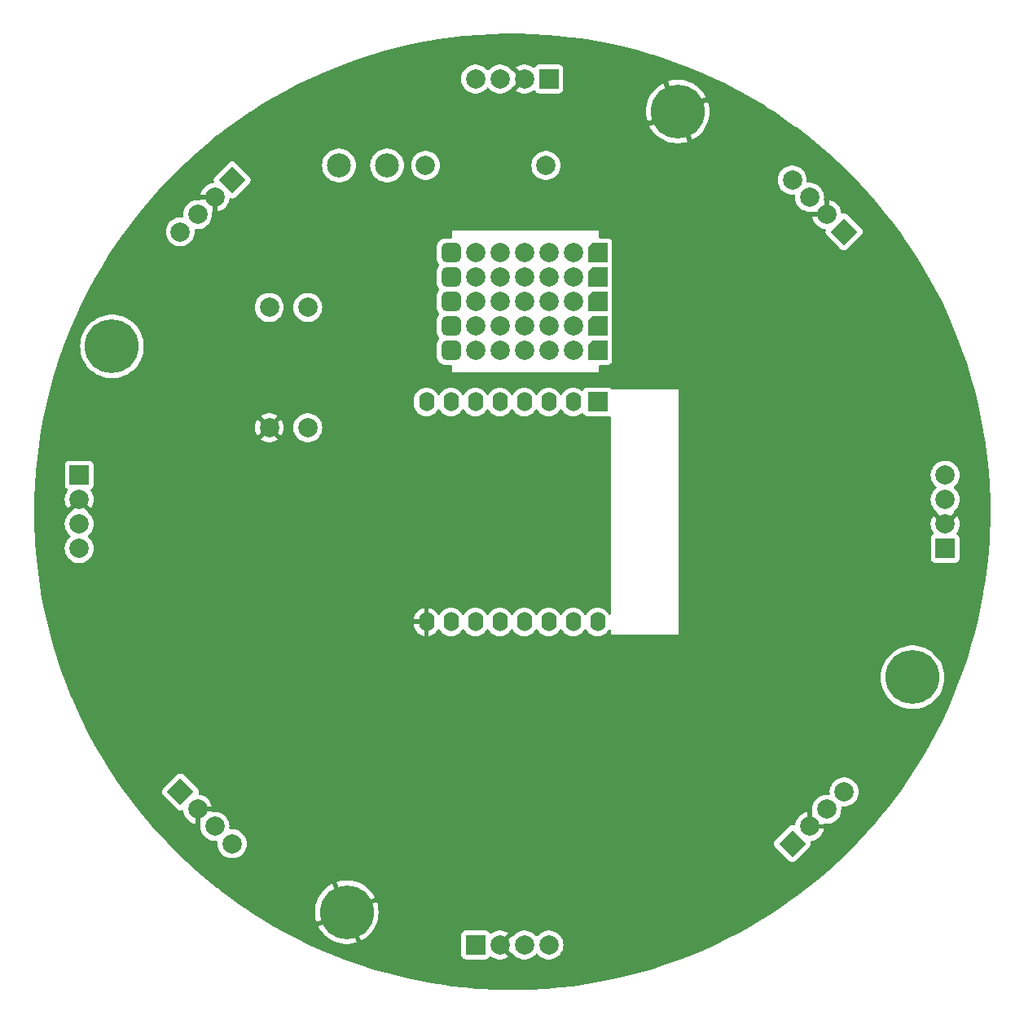
<source format=gbr>
%TF.GenerationSoftware,KiCad,Pcbnew,7.0.5*%
%TF.CreationDate,2024-01-07T17:07:27+01:00*%
%TF.ProjectId,37c3PCBLEDC100R_Rev.2,33376333-5043-4424-9c45-444331303052,rev?*%
%TF.SameCoordinates,Original*%
%TF.FileFunction,Copper,L2,Bot*%
%TF.FilePolarity,Positive*%
%FSLAX46Y46*%
G04 Gerber Fmt 4.6, Leading zero omitted, Abs format (unit mm)*
G04 Created by KiCad (PCBNEW 7.0.5) date 2024-01-07 17:07:27*
%MOMM*%
%LPD*%
G01*
G04 APERTURE LIST*
G04 Aperture macros list*
%AMRoundRect*
0 Rectangle with rounded corners*
0 $1 Rounding radius*
0 $2 $3 $4 $5 $6 $7 $8 $9 X,Y pos of 4 corners*
0 Add a 4 corners polygon primitive as box body*
4,1,4,$2,$3,$4,$5,$6,$7,$8,$9,$2,$3,0*
0 Add four circle primitives for the rounded corners*
1,1,$1+$1,$2,$3*
1,1,$1+$1,$4,$5*
1,1,$1+$1,$6,$7*
1,1,$1+$1,$8,$9*
0 Add four rect primitives between the rounded corners*
20,1,$1+$1,$2,$3,$4,$5,0*
20,1,$1+$1,$4,$5,$6,$7,0*
20,1,$1+$1,$6,$7,$8,$9,0*
20,1,$1+$1,$8,$9,$2,$3,0*%
%AMRotRect*
0 Rectangle, with rotation*
0 The origin of the aperture is its center*
0 $1 length*
0 $2 width*
0 $3 Rotation angle, in degrees counterclockwise*
0 Add horizontal line*
21,1,$1,$2,0,0,$3*%
%AMOutline5P*
0 Free polygon, 5 corners , with rotation*
0 The origin of the aperture is its center*
0 number of corners: always 5*
0 $1 to $10 corner X, Y*
0 $11 Rotation angle, in degrees counterclockwise*
0 create outline with 5 corners*
4,1,5,$1,$2,$3,$4,$5,$6,$7,$8,$9,$10,$1,$2,$11*%
%AMOutline6P*
0 Free polygon, 6 corners , with rotation*
0 The origin of the aperture is its center*
0 number of corners: always 6*
0 $1 to $12 corner X, Y*
0 $13 Rotation angle, in degrees counterclockwise*
0 create outline with 6 corners*
4,1,6,$1,$2,$3,$4,$5,$6,$7,$8,$9,$10,$11,$12,$1,$2,$13*%
%AMOutline7P*
0 Free polygon, 7 corners , with rotation*
0 The origin of the aperture is its center*
0 number of corners: always 7*
0 $1 to $14 corner X, Y*
0 $15 Rotation angle, in degrees counterclockwise*
0 create outline with 7 corners*
4,1,7,$1,$2,$3,$4,$5,$6,$7,$8,$9,$10,$11,$12,$13,$14,$1,$2,$15*%
%AMOutline8P*
0 Free polygon, 8 corners , with rotation*
0 The origin of the aperture is its center*
0 number of corners: always 8*
0 $1 to $16 corner X, Y*
0 $17 Rotation angle, in degrees counterclockwise*
0 create outline with 8 corners*
4,1,8,$1,$2,$3,$4,$5,$6,$7,$8,$9,$10,$11,$12,$13,$14,$15,$16,$1,$2,$17*%
G04 Aperture macros list end*
%TA.AperFunction,ComponentPad*%
%ADD10C,2.000000*%
%TD*%
%TA.AperFunction,ComponentPad*%
%ADD11RotRect,2.000000X2.000000X225.000000*%
%TD*%
%TA.AperFunction,ComponentPad*%
%ADD12C,5.600000*%
%TD*%
%TA.AperFunction,ComponentPad*%
%ADD13R,2.000000X2.000000*%
%TD*%
%TA.AperFunction,ComponentPad*%
%ADD14O,1.600000X2.000000*%
%TD*%
%TA.AperFunction,ComponentPad*%
%ADD15RotRect,2.000000X2.000000X45.000000*%
%TD*%
%TA.AperFunction,ComponentPad*%
%ADD16C,2.500000*%
%TD*%
%TA.AperFunction,ComponentPad*%
%ADD17RotRect,2.000000X2.000000X315.000000*%
%TD*%
%TA.AperFunction,ComponentPad*%
%ADD18Outline5P,-1.000000X0.600000X-0.600000X1.000000X1.000000X1.000000X1.000000X-1.000000X-1.000000X-1.000000X0.000000*%
%TD*%
%TA.AperFunction,ComponentPad*%
%ADD19RoundRect,0.500000X-0.500000X-0.500000X0.500000X-0.500000X0.500000X0.500000X-0.500000X0.500000X0*%
%TD*%
%TA.AperFunction,ComponentPad*%
%ADD20RotRect,2.000000X2.000000X135.000000*%
%TD*%
G04 APERTURE END LIST*
D10*
%TO.P,R1,1*%
%TO.N,/Din*%
X141000000Y-64000000D03*
%TO.P,R1,2*%
%TO.N,Net-(D1-DIN)*%
X153500000Y-64000000D03*
%TD*%
%TO.P,R2,1*%
%TO.N,Net-(A1-Vin)*%
X128750000Y-78750000D03*
%TO.P,R2,2*%
%TO.N,Net-(Q1-S)*%
X128750000Y-91250000D03*
%TD*%
%TO.P,D4,1,VDD*%
%TO.N,+5V*%
X180901974Y-132698026D03*
D11*
%TO.P,D4,2,DOUT*%
%TO.N,Net-(D4-DOUT)*%
X179105923Y-134494077D03*
D10*
%TO.P,D4,3,VSS*%
%TO.N,GND*%
X182698026Y-130901974D03*
%TO.P,D4,4,DIN*%
%TO.N,Net-(D3-DOUT)*%
X184494077Y-129105923D03*
%TD*%
D12*
%TO.P,H2,1,1*%
%TO.N,+5V*%
X167200000Y-58400000D03*
%TD*%
D10*
%TO.P,D7,1,VDD*%
%TO.N,+5V*%
X105000000Y-98730000D03*
D13*
%TO.P,D7,2,DOUT*%
%TO.N,Net-(D7-DOUT)*%
X105000000Y-96190000D03*
D10*
%TO.P,D7,3,VSS*%
%TO.N,GND*%
X105000000Y-101270000D03*
%TO.P,D7,4,DIN*%
%TO.N,Net-(D6-DOUT)*%
X105000000Y-103810000D03*
%TD*%
D13*
%TO.P,U1,1,~{RST}*%
%TO.N,unconnected-(U1-~{RST}-Pad1)*%
X158870000Y-88580000D03*
D14*
%TO.P,U1,2,A0*%
%TO.N,Net-(U1-A0)*%
X156330000Y-88580000D03*
%TO.P,U1,3,D0*%
%TO.N,Net-(U1-D0)*%
X153790000Y-88580000D03*
%TO.P,U1,4,SCK/D5*%
%TO.N,Net-(U1-SCK{slash}D5)*%
X151250000Y-88580000D03*
%TO.P,U1,5,MISO/D6*%
%TO.N,Net-(U1-MISO{slash}D6)*%
X148710000Y-88580000D03*
%TO.P,U1,6,MOSI/D7*%
%TO.N,Net-(U1-MOSI{slash}D7)*%
X146170000Y-88580000D03*
%TO.P,U1,7,CS/D8*%
%TO.N,unconnected-(U1-CS{slash}D8-Pad7)*%
X143630000Y-88580000D03*
%TO.P,U1,8,3V3*%
%TO.N,Net-(A1-Vin)*%
X141090000Y-88580000D03*
%TO.P,U1,9,5V*%
%TO.N,+5V*%
X141090000Y-111440000D03*
%TO.P,U1,10,GND*%
%TO.N,GND*%
X143630000Y-111440000D03*
%TO.P,U1,11,D4*%
%TO.N,Net-(Q1-S)*%
X146170000Y-111440000D03*
%TO.P,U1,12,D3*%
%TO.N,unconnected-(U1-D3-Pad12)*%
X148710000Y-111440000D03*
%TO.P,U1,13,SDA/D2*%
%TO.N,unconnected-(U1-SDA{slash}D2-Pad13)*%
X151250000Y-111440000D03*
%TO.P,U1,14,SCL/D1*%
%TO.N,unconnected-(U1-SCL{slash}D1-Pad14)*%
X153790000Y-111440000D03*
%TO.P,U1,15,RX*%
%TO.N,unconnected-(U1-RX-Pad15)*%
X156330000Y-111440000D03*
%TO.P,U1,16,TX*%
%TO.N,unconnected-(U1-TX-Pad16)*%
X158870000Y-111440000D03*
%TD*%
D10*
%TO.P,D5,1,VDD*%
%TO.N,+5V*%
X148730000Y-145000000D03*
D13*
%TO.P,D5,2,DOUT*%
%TO.N,Net-(D5-DOUT)*%
X146190000Y-145000000D03*
D10*
%TO.P,D5,3,VSS*%
%TO.N,GND*%
X151270000Y-145000000D03*
%TO.P,D5,4,DIN*%
%TO.N,Net-(D4-DOUT)*%
X153810000Y-145000000D03*
%TD*%
D12*
%TO.P,H3,1,1*%
%TO.N,GND*%
X108400000Y-82800000D03*
%TD*%
D10*
%TO.P,D8,1,VDD*%
%TO.N,+5V*%
X119098026Y-67301974D03*
D15*
%TO.P,D8,2,DOUT*%
%TO.N,/Dout*%
X120894077Y-65505923D03*
D10*
%TO.P,D8,3,VSS*%
%TO.N,GND*%
X117301974Y-69098026D03*
%TO.P,D8,4,DIN*%
%TO.N,Net-(D7-DOUT)*%
X115505923Y-70894077D03*
%TD*%
D16*
%TO.P,TP2,1,1*%
%TO.N,/Dout*%
X132000000Y-64000000D03*
%TD*%
D10*
%TO.P,D3,1,VDD*%
%TO.N,+5V*%
X195000000Y-101270000D03*
D13*
%TO.P,D3,2,DOUT*%
%TO.N,Net-(D3-DOUT)*%
X195000000Y-103810000D03*
D10*
%TO.P,D3,3,VSS*%
%TO.N,GND*%
X195000000Y-98730000D03*
%TO.P,D3,4,DIN*%
%TO.N,Net-(D2-DOUT)*%
X195000000Y-96190000D03*
%TD*%
%TO.P,D1,1,VDD*%
%TO.N,+5V*%
X151270000Y-55000000D03*
D13*
%TO.P,D1,2,DOUT*%
%TO.N,Net-(D1-DOUT)*%
X153810000Y-55000000D03*
D10*
%TO.P,D1,3,VSS*%
%TO.N,GND*%
X148730000Y-55000000D03*
%TO.P,D1,4,DIN*%
%TO.N,Net-(D1-DIN)*%
X146190000Y-55000000D03*
%TD*%
%TO.P,D2,1,VDD*%
%TO.N,+5V*%
X182698026Y-69098026D03*
D17*
%TO.P,D2,2,DOUT*%
%TO.N,Net-(D2-DOUT)*%
X184494077Y-70894077D03*
D10*
%TO.P,D2,3,VSS*%
%TO.N,GND*%
X180901974Y-67301974D03*
%TO.P,D2,4,DIN*%
%TO.N,Net-(D1-DOUT)*%
X179105923Y-65505923D03*
%TD*%
%TO.P,R3,1*%
%TO.N,+5V*%
X124750000Y-91250000D03*
%TO.P,R3,2*%
%TO.N,/Din*%
X124750000Y-78750000D03*
%TD*%
D12*
%TO.P,H1,1,1*%
%TO.N,+5V*%
X132800000Y-141600000D03*
%TD*%
D16*
%TO.P,TP1,1,1*%
%TO.N,/Din*%
X137000000Y-64000000D03*
%TD*%
D10*
%TO.P,A1,*%
%TO.N,*%
X146170000Y-73070000D03*
X146170000Y-75610000D03*
X146170000Y-78150000D03*
X146170000Y-80690000D03*
X148710000Y-73070000D03*
X148710000Y-75610000D03*
X148710000Y-78150000D03*
X148710000Y-80690000D03*
X151250000Y-73070000D03*
X151250000Y-75610000D03*
X151250000Y-78150000D03*
X151250000Y-80690000D03*
X153790000Y-73070000D03*
X153790000Y-75610000D03*
X153790000Y-78150000D03*
X153790000Y-80690000D03*
X156330000Y-73070000D03*
X156330000Y-75610000D03*
X156330000Y-78150000D03*
X156330000Y-80690000D03*
%TO.P,A1,2*%
%TO.N,Net-(U1-A0)*%
X156330000Y-83230000D03*
%TO.P,A1,3*%
%TO.N,Net-(U1-D0)*%
X153790000Y-83230000D03*
%TO.P,A1,4*%
%TO.N,Net-(U1-SCK{slash}D5)*%
X151250000Y-83230000D03*
%TO.P,A1,5*%
%TO.N,Net-(U1-MISO{slash}D6)*%
X148710000Y-83230000D03*
%TO.P,A1,6*%
%TO.N,Net-(U1-MOSI{slash}D7)*%
X146170000Y-83230000D03*
D18*
%TO.P,A1,7,Vin*%
%TO.N,Net-(A1-Vin)*%
X158870000Y-73070000D03*
X158870000Y-75610000D03*
X158870000Y-78150000D03*
X158870000Y-80690000D03*
X158870000Y-83230000D03*
D19*
%TO.P,A1,8,GND*%
%TO.N,GND*%
X143630000Y-73070000D03*
X143630000Y-75610000D03*
X143630000Y-78150000D03*
X143630000Y-80690000D03*
X143630000Y-83230000D03*
%TD*%
D12*
%TO.P,H4,1,1*%
%TO.N,GND*%
X191600000Y-117200000D03*
%TD*%
D10*
%TO.P,D6,1,VDD*%
%TO.N,+5V*%
X117301974Y-130901974D03*
D20*
%TO.P,D6,2,DOUT*%
%TO.N,Net-(D6-DOUT)*%
X115505923Y-129105923D03*
D10*
%TO.P,D6,3,VSS*%
%TO.N,GND*%
X119098026Y-132698026D03*
%TO.P,D6,4,DIN*%
%TO.N,Net-(D5-DOUT)*%
X120894077Y-134494077D03*
%TD*%
%TA.AperFunction,Conductor*%
%TO.N,+5V*%
G36*
X150704167Y-50305500D02*
G01*
X152108516Y-50345258D01*
X152110130Y-50345327D01*
X153512829Y-50424812D01*
X153514430Y-50424925D01*
X154914293Y-50544072D01*
X154916015Y-50544244D01*
X155202614Y-50576829D01*
X156311911Y-50702951D01*
X156313533Y-50703159D01*
X157704422Y-50901313D01*
X157706058Y-50901570D01*
X159090796Y-51139007D01*
X159092379Y-51139301D01*
X160469868Y-51415835D01*
X160471458Y-51416178D01*
X161840497Y-51731566D01*
X161842160Y-51731974D01*
X163201713Y-52085974D01*
X163203320Y-52086416D01*
X164140146Y-52358877D01*
X164552319Y-52478751D01*
X164553986Y-52479261D01*
X164672899Y-52517527D01*
X165891267Y-52909591D01*
X165892930Y-52910152D01*
X166144331Y-52998977D01*
X167217576Y-53378178D01*
X167219101Y-53378741D01*
X168352799Y-53815769D01*
X168529969Y-53884066D01*
X168531573Y-53884710D01*
X169827591Y-54426918D01*
X169829151Y-54427597D01*
X171109290Y-55006256D01*
X171110857Y-55006991D01*
X172083252Y-55480125D01*
X172374108Y-55621645D01*
X172375675Y-55622435D01*
X173621017Y-56272588D01*
X173622561Y-56273422D01*
X174565180Y-56800000D01*
X174848995Y-56958548D01*
X174850502Y-56959418D01*
X176057116Y-57679014D01*
X176058496Y-57679864D01*
X176629496Y-58042685D01*
X177244262Y-58433316D01*
X177245694Y-58434254D01*
X178409690Y-59220977D01*
X178411012Y-59221898D01*
X179342197Y-59890423D01*
X179552256Y-60041231D01*
X179553649Y-60042261D01*
X180671262Y-60893570D01*
X180672534Y-60894568D01*
X181765631Y-61777182D01*
X181766904Y-61778240D01*
X182834542Y-62691396D01*
X182835831Y-62692531D01*
X183877186Y-63635521D01*
X183878458Y-63636706D01*
X184892686Y-64608764D01*
X184893935Y-64609996D01*
X185777266Y-65505917D01*
X185880234Y-65610352D01*
X185881434Y-65611603D01*
X186171675Y-65923143D01*
X186839064Y-66639508D01*
X186840242Y-66640809D01*
X187048136Y-66877022D01*
X187713279Y-67632772D01*
X187768371Y-67695368D01*
X187769499Y-67696687D01*
X188667429Y-68777107D01*
X188668489Y-68778419D01*
X189535557Y-69883909D01*
X189536545Y-69885207D01*
X190033481Y-70557109D01*
X190371933Y-71014727D01*
X190372934Y-71016120D01*
X190938339Y-71827669D01*
X191176021Y-72168824D01*
X191177003Y-72170278D01*
X191521627Y-72696052D01*
X191875469Y-73235889D01*
X191947099Y-73345170D01*
X191948041Y-73346651D01*
X192684622Y-74542936D01*
X192685520Y-74544443D01*
X192978539Y-75051966D01*
X193387937Y-75761065D01*
X193388777Y-75762567D01*
X194056486Y-76998586D01*
X194057292Y-77000129D01*
X194105928Y-77096593D01*
X194689755Y-78254544D01*
X194690523Y-78256122D01*
X195287221Y-79527908D01*
X195287944Y-79529507D01*
X195848435Y-80817715D01*
X195849112Y-80819334D01*
X196372890Y-82122807D01*
X196373522Y-82124444D01*
X196860234Y-83442300D01*
X196860819Y-83443955D01*
X197310031Y-84775021D01*
X197310566Y-84776682D01*
X197317805Y-84800319D01*
X197721934Y-86119938D01*
X197722424Y-86121623D01*
X198095613Y-87475978D01*
X198096055Y-87477676D01*
X198430762Y-88842032D01*
X198431156Y-88843742D01*
X198727124Y-90217033D01*
X198727469Y-90218754D01*
X198984456Y-91599878D01*
X198984753Y-91601608D01*
X199202553Y-92989451D01*
X199202800Y-92991188D01*
X199381240Y-94384649D01*
X199381438Y-94386393D01*
X199520368Y-95784299D01*
X199520517Y-95786047D01*
X199619838Y-97187393D01*
X199619937Y-97189145D01*
X199630268Y-97432335D01*
X199679407Y-98589121D01*
X199679558Y-98592660D01*
X199679607Y-98594414D01*
X199699487Y-99999120D01*
X199699487Y-100000878D01*
X199679607Y-101405585D01*
X199679558Y-101407323D01*
X199664152Y-101770000D01*
X199619937Y-102810854D01*
X199619838Y-102812606D01*
X199520517Y-104213952D01*
X199520368Y-104215700D01*
X199381438Y-105613606D01*
X199381240Y-105615350D01*
X199202800Y-107008811D01*
X199202553Y-107010548D01*
X198984753Y-108398391D01*
X198984456Y-108400121D01*
X198727469Y-109781245D01*
X198727124Y-109782966D01*
X198431156Y-111156257D01*
X198430762Y-111157967D01*
X198096055Y-112522323D01*
X198095613Y-112524021D01*
X197722424Y-113878376D01*
X197721934Y-113880061D01*
X197310569Y-115223308D01*
X197310031Y-115224978D01*
X196860819Y-116556044D01*
X196860234Y-116557699D01*
X196373522Y-117875555D01*
X196372890Y-117877192D01*
X195849112Y-119180665D01*
X195848435Y-119182284D01*
X195287944Y-120470492D01*
X195287221Y-120472091D01*
X194690523Y-121743877D01*
X194689755Y-121745455D01*
X194057298Y-122999858D01*
X194056486Y-123001413D01*
X193388777Y-124237432D01*
X193387921Y-124238964D01*
X192685520Y-125455556D01*
X192684622Y-125457063D01*
X191948041Y-126653348D01*
X191947099Y-126654829D01*
X191177003Y-127829721D01*
X191176021Y-127831175D01*
X190372957Y-128983847D01*
X190371933Y-128985272D01*
X189536572Y-130114757D01*
X189535531Y-130116123D01*
X188685838Y-131199462D01*
X188668532Y-131221527D01*
X188667429Y-131222892D01*
X187769512Y-132303297D01*
X187768371Y-132304631D01*
X186840242Y-133359190D01*
X186839064Y-133360491D01*
X185881449Y-134388380D01*
X185880234Y-134389647D01*
X184893935Y-135390003D01*
X184892686Y-135391235D01*
X183878470Y-136363282D01*
X183877186Y-136364478D01*
X182835831Y-137307468D01*
X182834514Y-137308627D01*
X181766942Y-138221727D01*
X181765593Y-138222848D01*
X180672577Y-139105396D01*
X180671221Y-139106461D01*
X179553667Y-139957725D01*
X179552256Y-139958768D01*
X178846949Y-140465130D01*
X178411058Y-140778068D01*
X178409641Y-140779056D01*
X177245730Y-141565722D01*
X177244262Y-141566683D01*
X176058540Y-142320108D01*
X176057064Y-142321016D01*
X176044297Y-142328631D01*
X174850515Y-143040573D01*
X174848995Y-143041451D01*
X173622561Y-143726577D01*
X173621017Y-143727411D01*
X172375675Y-144377564D01*
X172374108Y-144378354D01*
X171110865Y-144993004D01*
X171109276Y-144993749D01*
X169829173Y-145572392D01*
X169827564Y-145573092D01*
X168531597Y-146115279D01*
X168529969Y-146115933D01*
X167219165Y-146621234D01*
X167217519Y-146621842D01*
X165892930Y-147089847D01*
X165891267Y-147090408D01*
X164553997Y-147520734D01*
X164552319Y-147521248D01*
X163203354Y-147913573D01*
X163201662Y-147914039D01*
X161842179Y-148268020D01*
X161840475Y-148268438D01*
X160471494Y-148583813D01*
X160469801Y-148584178D01*
X159092451Y-148860684D01*
X159090726Y-148861005D01*
X157706102Y-149098422D01*
X157704369Y-149098694D01*
X156313599Y-149296831D01*
X156311858Y-149297054D01*
X154916015Y-149455755D01*
X154914269Y-149455929D01*
X153612284Y-149566745D01*
X153514500Y-149575068D01*
X153512758Y-149575191D01*
X153178005Y-149594160D01*
X152110185Y-149654669D01*
X152108447Y-149654743D01*
X150704167Y-149694499D01*
X150702424Y-149694524D01*
X149297576Y-149694524D01*
X149295832Y-149694499D01*
X147891549Y-149654743D01*
X147889814Y-149654669D01*
X147066351Y-149608007D01*
X146487236Y-149575191D01*
X146485504Y-149575068D01*
X146215685Y-149552103D01*
X145085730Y-149455929D01*
X145083984Y-149455755D01*
X143688141Y-149297054D01*
X143686405Y-149296831D01*
X143002079Y-149199338D01*
X142295630Y-149098694D01*
X142293897Y-149098422D01*
X141601585Y-148979713D01*
X140909259Y-148861002D01*
X140907564Y-148860687D01*
X139530183Y-148584175D01*
X139528505Y-148583813D01*
X138159524Y-148268438D01*
X138157820Y-148268020D01*
X136887327Y-147937210D01*
X136798334Y-147914038D01*
X136796645Y-147913573D01*
X135447680Y-147521248D01*
X135446002Y-147520734D01*
X134108732Y-147090408D01*
X134107069Y-147089847D01*
X133103618Y-146735306D01*
X132782462Y-146621835D01*
X132780859Y-146621243D01*
X132152007Y-146378828D01*
X131470030Y-146115933D01*
X131468402Y-146115279D01*
X131307277Y-146047870D01*
X144689500Y-146047870D01*
X144689501Y-146047876D01*
X144695908Y-146107483D01*
X144746202Y-146242328D01*
X144746206Y-146242335D01*
X144832452Y-146357544D01*
X144832455Y-146357547D01*
X144947664Y-146443793D01*
X144947671Y-146443797D01*
X145082517Y-146494091D01*
X145082516Y-146494091D01*
X145089444Y-146494835D01*
X145142127Y-146500500D01*
X147237872Y-146500499D01*
X147297483Y-146494091D01*
X147432331Y-146443796D01*
X147547546Y-146357546D01*
X147633796Y-146242331D01*
X147633797Y-146242326D01*
X147638047Y-146234546D01*
X147641135Y-146236232D01*
X147672873Y-146193790D01*
X147738324Y-146169339D01*
X147806605Y-146184155D01*
X147823398Y-146195165D01*
X147906768Y-146260055D01*
X147906771Y-146260057D01*
X148125385Y-146378364D01*
X148125396Y-146378369D01*
X148360506Y-146459083D01*
X148605707Y-146500000D01*
X148854293Y-146500000D01*
X149099493Y-146459083D01*
X149334603Y-146378369D01*
X149334614Y-146378364D01*
X149553228Y-146260057D01*
X149553231Y-146260055D01*
X149600056Y-146223609D01*
X148862533Y-145486086D01*
X148872315Y-145484680D01*
X149003100Y-145424952D01*
X149111761Y-145330798D01*
X149189493Y-145209844D01*
X149213076Y-145129524D01*
X149953434Y-145869882D01*
X149964861Y-145868697D01*
X150033573Y-145881360D01*
X150078092Y-145921194D01*
X150078683Y-145920735D01*
X150081218Y-145923992D01*
X150081456Y-145924205D01*
X150081831Y-145924780D01*
X150081836Y-145924785D01*
X150250256Y-146107738D01*
X150446491Y-146260474D01*
X150446493Y-146260475D01*
X150664332Y-146378364D01*
X150665190Y-146378828D01*
X150854426Y-146443793D01*
X150898964Y-146459083D01*
X150900386Y-146459571D01*
X151145665Y-146500500D01*
X151394335Y-146500500D01*
X151639614Y-146459571D01*
X151874810Y-146378828D01*
X152093509Y-146260474D01*
X152289744Y-146107738D01*
X152448771Y-145934988D01*
X152508657Y-145898999D01*
X152578495Y-145901099D01*
X152631228Y-145934988D01*
X152790256Y-146107738D01*
X152986491Y-146260474D01*
X152986493Y-146260475D01*
X153204332Y-146378364D01*
X153205190Y-146378828D01*
X153394426Y-146443793D01*
X153438964Y-146459083D01*
X153440386Y-146459571D01*
X153685665Y-146500500D01*
X153934335Y-146500500D01*
X154179614Y-146459571D01*
X154414810Y-146378828D01*
X154633509Y-146260474D01*
X154829744Y-146107738D01*
X154998164Y-145924785D01*
X155134173Y-145716607D01*
X155234063Y-145488881D01*
X155295108Y-145247821D01*
X155315643Y-145000000D01*
X155315125Y-144993749D01*
X155295109Y-144752187D01*
X155295107Y-144752175D01*
X155234063Y-144511118D01*
X155134173Y-144283393D01*
X154998166Y-144075217D01*
X154955164Y-144028505D01*
X154829744Y-143892262D01*
X154633509Y-143739526D01*
X154633507Y-143739525D01*
X154633506Y-143739524D01*
X154414811Y-143621172D01*
X154414802Y-143621169D01*
X154179616Y-143540429D01*
X153934335Y-143499500D01*
X153685665Y-143499500D01*
X153440383Y-143540429D01*
X153205197Y-143621169D01*
X153205188Y-143621172D01*
X152986493Y-143739524D01*
X152790255Y-143892262D01*
X152790252Y-143892265D01*
X152631228Y-144065010D01*
X152571341Y-144101001D01*
X152501503Y-144098900D01*
X152448770Y-144065011D01*
X152289744Y-143892262D01*
X152093509Y-143739526D01*
X152093507Y-143739525D01*
X152093506Y-143739524D01*
X151874811Y-143621172D01*
X151874802Y-143621169D01*
X151639616Y-143540429D01*
X151394335Y-143499500D01*
X151145665Y-143499500D01*
X150900383Y-143540429D01*
X150665197Y-143621169D01*
X150665188Y-143621172D01*
X150446493Y-143739524D01*
X150250257Y-143892261D01*
X150081837Y-144075213D01*
X150081829Y-144075224D01*
X150081455Y-144075797D01*
X150081242Y-144075978D01*
X150078690Y-144079258D01*
X150078014Y-144078732D01*
X150028304Y-144121147D01*
X149964865Y-144131302D01*
X149953434Y-144130116D01*
X149213076Y-144870475D01*
X149189493Y-144790156D01*
X149111761Y-144669202D01*
X149003100Y-144575048D01*
X148872315Y-144515320D01*
X148862533Y-144513913D01*
X149600057Y-143776389D01*
X149553229Y-143739943D01*
X149334614Y-143621635D01*
X149334603Y-143621630D01*
X149099493Y-143540916D01*
X148854293Y-143500000D01*
X148605707Y-143500000D01*
X148360506Y-143540916D01*
X148125396Y-143621630D01*
X148125385Y-143621635D01*
X147906771Y-143739942D01*
X147906769Y-143739943D01*
X147823397Y-143804835D01*
X147758403Y-143830477D01*
X147689863Y-143816910D01*
X147639538Y-143768442D01*
X147638120Y-143765413D01*
X147638047Y-143765454D01*
X147633793Y-143757664D01*
X147547547Y-143642455D01*
X147547544Y-143642452D01*
X147432335Y-143556206D01*
X147432328Y-143556202D01*
X147297482Y-143505908D01*
X147297483Y-143505908D01*
X147237883Y-143499501D01*
X147237881Y-143499500D01*
X147237873Y-143499500D01*
X147237864Y-143499500D01*
X145142129Y-143499500D01*
X145142123Y-143499501D01*
X145082516Y-143505908D01*
X144947671Y-143556202D01*
X144947664Y-143556206D01*
X144832455Y-143642452D01*
X144832452Y-143642455D01*
X144746206Y-143757664D01*
X144746202Y-143757671D01*
X144695908Y-143892517D01*
X144689501Y-143952116D01*
X144689500Y-143952135D01*
X144689500Y-146047870D01*
X131307277Y-146047870D01*
X130172435Y-145573092D01*
X130170826Y-145572392D01*
X128890723Y-144993749D01*
X128889134Y-144993004D01*
X127625891Y-144378354D01*
X127624324Y-144377564D01*
X126378982Y-143727411D01*
X126377438Y-143726577D01*
X125151004Y-143041451D01*
X125149484Y-143040573D01*
X124911139Y-142898430D01*
X123942903Y-142320997D01*
X123941483Y-142320123D01*
X123370529Y-141957331D01*
X122808174Y-141600002D01*
X129495153Y-141600002D01*
X129514526Y-141957314D01*
X129514527Y-141957331D01*
X129572415Y-142310431D01*
X129572421Y-142310457D01*
X129661031Y-142629605D01*
X131244277Y-141973801D01*
X131273604Y-142095956D01*
X131369981Y-142328631D01*
X131435618Y-142435742D01*
X129855079Y-143090423D01*
X129855079Y-143090424D01*
X129968218Y-143303827D01*
X130169033Y-143600007D01*
X130400697Y-143872742D01*
X130400702Y-143872747D01*
X130660486Y-144118828D01*
X130660496Y-144118836D01*
X130945367Y-144335388D01*
X130945370Y-144335390D01*
X131251990Y-144519876D01*
X131576739Y-144670122D01*
X131576744Y-144670123D01*
X131915855Y-144784383D01*
X132265339Y-144861311D01*
X132621075Y-144899999D01*
X132621085Y-144900000D01*
X132978915Y-144900000D01*
X132978924Y-144899999D01*
X133334660Y-144861311D01*
X133684136Y-144784385D01*
X133828297Y-144735812D01*
X133173802Y-143155722D01*
X133295956Y-143126396D01*
X133528631Y-143030019D01*
X133635742Y-142964381D01*
X134290978Y-144546259D01*
X134290979Y-144546260D01*
X134348006Y-144519878D01*
X134654629Y-144335390D01*
X134654632Y-144335388D01*
X134939503Y-144118836D01*
X134939513Y-144118828D01*
X135199297Y-143872747D01*
X135199302Y-143872742D01*
X135430966Y-143600007D01*
X135631781Y-143303827D01*
X135799393Y-142987677D01*
X135799402Y-142987659D01*
X135931850Y-142655239D01*
X135931852Y-142655232D01*
X136027578Y-142310457D01*
X136027584Y-142310431D01*
X136085472Y-141957331D01*
X136085473Y-141957314D01*
X136104846Y-141600002D01*
X136104846Y-141599997D01*
X136085473Y-141242685D01*
X136085472Y-141242668D01*
X136027584Y-140889568D01*
X136027578Y-140889542D01*
X135938967Y-140570394D01*
X135938967Y-140570393D01*
X134355721Y-141226195D01*
X134326396Y-141104044D01*
X134230019Y-140871369D01*
X134164380Y-140764256D01*
X135744919Y-140109575D01*
X135631773Y-139896158D01*
X135430966Y-139599992D01*
X135199302Y-139327257D01*
X135199297Y-139327252D01*
X134939513Y-139081171D01*
X134939503Y-139081163D01*
X134654632Y-138864611D01*
X134654629Y-138864609D01*
X134348009Y-138680123D01*
X134023260Y-138529877D01*
X134023255Y-138529876D01*
X133684144Y-138415616D01*
X133334660Y-138338688D01*
X132978924Y-138300000D01*
X132621075Y-138300000D01*
X132265339Y-138338688D01*
X131915855Y-138415616D01*
X131771701Y-138464186D01*
X132426196Y-140044277D01*
X132304044Y-140073604D01*
X132071369Y-140169981D01*
X131964256Y-140235619D01*
X131309019Y-138653739D01*
X131251987Y-138680125D01*
X130945370Y-138864609D01*
X130945367Y-138864611D01*
X130660496Y-139081163D01*
X130660486Y-139081171D01*
X130400702Y-139327252D01*
X130400697Y-139327257D01*
X130169033Y-139599992D01*
X129968218Y-139896172D01*
X129800606Y-140212322D01*
X129800597Y-140212340D01*
X129668149Y-140544760D01*
X129668147Y-140544767D01*
X129572421Y-140889542D01*
X129572415Y-140889568D01*
X129514527Y-141242668D01*
X129514526Y-141242685D01*
X129495153Y-141599997D01*
X129495153Y-141600002D01*
X122808174Y-141600002D01*
X122755737Y-141566683D01*
X122754288Y-141565734D01*
X121590324Y-140779032D01*
X121588973Y-140778091D01*
X120525806Y-140014812D01*
X120447743Y-139958768D01*
X120446332Y-139957725D01*
X119976694Y-139599992D01*
X119328746Y-139106436D01*
X119327455Y-139105424D01*
X118234375Y-138222823D01*
X118233088Y-138221753D01*
X117165462Y-137308607D01*
X117164168Y-137307468D01*
X116122813Y-136364478D01*
X116121529Y-136363282D01*
X116090631Y-136333669D01*
X115107306Y-135391228D01*
X115106064Y-135390003D01*
X114287416Y-134559687D01*
X114119760Y-134389642D01*
X114118550Y-134388380D01*
X114084304Y-134351621D01*
X113405035Y-133622504D01*
X113160935Y-133360491D01*
X113159757Y-133359190D01*
X112539539Y-132654486D01*
X112231615Y-132304616D01*
X112230505Y-132303318D01*
X111332552Y-131222870D01*
X111331516Y-131221588D01*
X110464434Y-130116079D01*
X110463462Y-130114803D01*
X109717298Y-129105922D01*
X113586063Y-129105922D01*
X113606543Y-129248378D01*
X113606544Y-129248382D01*
X113666330Y-129379293D01*
X113666331Y-129379294D01*
X113666332Y-129379296D01*
X113703951Y-129425979D01*
X113703954Y-129425982D01*
X113703959Y-129425988D01*
X114941154Y-130663180D01*
X115185867Y-130907893D01*
X115185871Y-130907896D01*
X115185873Y-130907898D01*
X115232549Y-130945514D01*
X115363463Y-131005301D01*
X115363464Y-131005301D01*
X115363466Y-131005302D01*
X115505923Y-131025783D01*
X115648380Y-131005302D01*
X115648381Y-131005301D01*
X115655712Y-131003149D01*
X115725581Y-131003147D01*
X115784361Y-131040920D01*
X115813387Y-131104474D01*
X115814226Y-131111885D01*
X115817359Y-131149703D01*
X115817361Y-131149712D01*
X115878386Y-131390691D01*
X115978241Y-131618341D01*
X116114206Y-131826452D01*
X116282566Y-132009338D01*
X116282576Y-132009347D01*
X116478736Y-132162025D01*
X116478745Y-132162031D01*
X116697359Y-132280338D01*
X116697370Y-132280343D01*
X116932481Y-132361057D01*
X117051973Y-132380997D01*
X117051974Y-132380996D01*
X117051974Y-131337475D01*
X117159659Y-131386654D01*
X117266211Y-131401974D01*
X117337737Y-131401974D01*
X117444289Y-131386654D01*
X117551974Y-131337475D01*
X117551974Y-132380996D01*
X117565573Y-132392514D01*
X117604008Y-132450863D01*
X117609009Y-132497376D01*
X117592384Y-132698020D01*
X117592383Y-132698030D01*
X117592383Y-132698031D01*
X117612916Y-132945838D01*
X117612918Y-132945850D01*
X117673962Y-133186907D01*
X117773852Y-133414632D01*
X117909859Y-133622808D01*
X117909862Y-133622811D01*
X118078282Y-133805764D01*
X118274517Y-133958500D01*
X118274519Y-133958501D01*
X118492358Y-134076390D01*
X118493216Y-134076854D01*
X118712167Y-134152020D01*
X118726990Y-134157109D01*
X118728412Y-134157597D01*
X118973691Y-134198526D01*
X119222360Y-134198526D01*
X119222361Y-134198526D01*
X119258454Y-134192503D01*
X119327818Y-134200885D01*
X119381640Y-134245437D01*
X119402831Y-134312016D01*
X119402439Y-134325052D01*
X119388434Y-134494070D01*
X119388434Y-134494082D01*
X119408967Y-134741889D01*
X119408969Y-134741901D01*
X119470013Y-134982958D01*
X119569903Y-135210683D01*
X119705910Y-135418859D01*
X119705913Y-135418862D01*
X119874333Y-135601815D01*
X120070568Y-135754551D01*
X120289267Y-135872905D01*
X120524463Y-135953648D01*
X120769742Y-135994577D01*
X121018412Y-135994577D01*
X121263691Y-135953648D01*
X121498887Y-135872905D01*
X121717586Y-135754551D01*
X121913821Y-135601815D01*
X122082241Y-135418862D01*
X122218250Y-135210684D01*
X122318140Y-134982958D01*
X122379185Y-134741898D01*
X122387916Y-134636532D01*
X122399720Y-134494082D01*
X122399720Y-134494076D01*
X177186063Y-134494076D01*
X177206543Y-134636532D01*
X177206544Y-134636536D01*
X177266330Y-134767447D01*
X177266331Y-134767448D01*
X177266332Y-134767450D01*
X177303951Y-134814133D01*
X177303954Y-134814136D01*
X177303959Y-134814142D01*
X178785855Y-136296034D01*
X178785867Y-136296047D01*
X178785871Y-136296050D01*
X178785873Y-136296052D01*
X178832549Y-136333668D01*
X178963463Y-136393455D01*
X178963464Y-136393455D01*
X178963466Y-136393456D01*
X179105923Y-136413937D01*
X179248380Y-136393456D01*
X179379296Y-136333668D01*
X179425979Y-136296049D01*
X180907893Y-134814133D01*
X180945514Y-134767450D01*
X181005302Y-134636534D01*
X181025783Y-134494077D01*
X181005302Y-134351620D01*
X181005301Y-134351617D01*
X181002803Y-134343109D01*
X181006347Y-134342068D01*
X180998881Y-134290202D01*
X181027895Y-134226642D01*
X181086666Y-134188857D01*
X181101213Y-134185519D01*
X181271466Y-134157109D01*
X181506577Y-134076395D01*
X181506588Y-134076390D01*
X181725202Y-133958083D01*
X181725211Y-133958077D01*
X181921371Y-133805399D01*
X181921381Y-133805390D01*
X182089741Y-133622504D01*
X182225706Y-133414393D01*
X182325562Y-133186742D01*
X182386014Y-132948026D01*
X181335660Y-132948026D01*
X181361467Y-132907870D01*
X181401974Y-132769915D01*
X181401974Y-132626137D01*
X181361467Y-132488182D01*
X181335660Y-132448026D01*
X182386015Y-132448026D01*
X182393584Y-132438301D01*
X182450294Y-132397488D01*
X182511845Y-132392154D01*
X182573691Y-132402474D01*
X182822361Y-132402474D01*
X183067640Y-132361545D01*
X183302836Y-132280802D01*
X183521535Y-132162448D01*
X183717770Y-132009712D01*
X183886190Y-131826759D01*
X184022199Y-131618581D01*
X184122089Y-131390855D01*
X184183134Y-131149795D01*
X184183134Y-131149791D01*
X184183136Y-131149783D01*
X184203669Y-130901979D01*
X184203669Y-130901968D01*
X184189663Y-130732949D01*
X184203744Y-130664513D01*
X184252589Y-130614554D01*
X184320690Y-130598933D01*
X184333645Y-130600399D01*
X184369742Y-130606423D01*
X184369743Y-130606423D01*
X184618412Y-130606423D01*
X184863691Y-130565494D01*
X185098887Y-130484751D01*
X185317586Y-130366397D01*
X185513821Y-130213661D01*
X185682241Y-130030708D01*
X185818250Y-129822530D01*
X185918140Y-129594804D01*
X185979185Y-129353744D01*
X185980044Y-129343383D01*
X185999720Y-129105928D01*
X185999720Y-129105917D01*
X185979186Y-128858110D01*
X185979184Y-128858098D01*
X185918140Y-128617041D01*
X185818250Y-128389316D01*
X185682243Y-128181140D01*
X185660634Y-128157667D01*
X185513821Y-127998185D01*
X185317586Y-127845449D01*
X185317584Y-127845448D01*
X185317583Y-127845447D01*
X185098888Y-127727095D01*
X185098879Y-127727092D01*
X184863693Y-127646352D01*
X184618412Y-127605423D01*
X184369742Y-127605423D01*
X184124460Y-127646352D01*
X183889274Y-127727092D01*
X183889265Y-127727095D01*
X183670570Y-127845447D01*
X183474334Y-127998184D01*
X183305910Y-128181140D01*
X183169903Y-128389316D01*
X183070013Y-128617041D01*
X183008969Y-128858098D01*
X183008967Y-128858110D01*
X182988434Y-129105917D01*
X182988434Y-129105929D01*
X183002439Y-129274947D01*
X182988358Y-129343383D01*
X182939513Y-129393342D01*
X182871412Y-129408963D01*
X182858456Y-129407496D01*
X182822363Y-129401474D01*
X182822361Y-129401474D01*
X182573691Y-129401474D01*
X182328409Y-129442403D01*
X182093223Y-129523143D01*
X182093214Y-129523146D01*
X181874519Y-129641498D01*
X181678283Y-129794235D01*
X181509859Y-129977191D01*
X181373852Y-130185367D01*
X181273962Y-130413092D01*
X181212918Y-130654149D01*
X181212916Y-130654161D01*
X181192382Y-130901968D01*
X181192383Y-130901969D01*
X181192383Y-130901974D01*
X181200767Y-131003149D01*
X181209009Y-131102622D01*
X181194927Y-131171058D01*
X181165574Y-131207483D01*
X181151974Y-131219001D01*
X181151974Y-132262524D01*
X181044289Y-132213346D01*
X180937737Y-132198026D01*
X180866211Y-132198026D01*
X180759659Y-132213346D01*
X180651974Y-132262524D01*
X180651974Y-131219002D01*
X180651973Y-131219002D01*
X180532481Y-131238942D01*
X180297370Y-131319656D01*
X180297359Y-131319661D01*
X180078745Y-131437968D01*
X180078736Y-131437974D01*
X179882576Y-131590652D01*
X179882566Y-131590661D01*
X179714206Y-131773547D01*
X179578241Y-131981658D01*
X179478386Y-132209308D01*
X179417361Y-132450287D01*
X179417359Y-132450296D01*
X179414226Y-132488114D01*
X179389073Y-132553299D01*
X179332671Y-132594537D01*
X179262927Y-132598735D01*
X179255719Y-132596852D01*
X179248383Y-132594698D01*
X179105923Y-132574217D01*
X178963467Y-132594697D01*
X178963463Y-132594698D01*
X178832552Y-132654484D01*
X178785857Y-132692113D01*
X177303956Y-134174017D01*
X177303947Y-134174027D01*
X177266331Y-134220703D01*
X177206544Y-134351617D01*
X177206543Y-134351621D01*
X177186063Y-134494076D01*
X122399720Y-134494076D01*
X122399720Y-134494071D01*
X122379186Y-134246264D01*
X122379184Y-134246252D01*
X122318140Y-134005195D01*
X122218250Y-133777470D01*
X122082243Y-133569294D01*
X121939867Y-133414633D01*
X121913821Y-133386339D01*
X121717586Y-133233603D01*
X121717584Y-133233602D01*
X121717583Y-133233601D01*
X121498888Y-133115249D01*
X121498879Y-133115246D01*
X121263693Y-133034506D01*
X121018412Y-132993577D01*
X120769742Y-132993577D01*
X120769739Y-132993577D01*
X120733645Y-132999599D01*
X120664280Y-132991216D01*
X120610460Y-132946661D01*
X120589270Y-132880082D01*
X120589663Y-132867050D01*
X120603669Y-132698031D01*
X120603669Y-132698020D01*
X120583135Y-132450213D01*
X120583133Y-132450201D01*
X120522089Y-132209144D01*
X120422199Y-131981419D01*
X120286192Y-131773243D01*
X120264583Y-131749770D01*
X120117770Y-131590288D01*
X119921535Y-131437552D01*
X119921533Y-131437551D01*
X119921532Y-131437550D01*
X119702837Y-131319198D01*
X119702828Y-131319195D01*
X119467642Y-131238455D01*
X119222361Y-131197526D01*
X118973691Y-131197526D01*
X118973690Y-131197526D01*
X118911843Y-131207845D01*
X118842478Y-131199462D01*
X118793582Y-131161698D01*
X118786014Y-131151974D01*
X117735660Y-131151974D01*
X117761467Y-131111818D01*
X117801974Y-130973863D01*
X117801974Y-130830085D01*
X117761467Y-130692130D01*
X117735660Y-130651974D01*
X118786014Y-130651974D01*
X118725562Y-130413257D01*
X118625706Y-130185606D01*
X118489741Y-129977495D01*
X118321381Y-129794609D01*
X118321371Y-129794600D01*
X118125211Y-129641922D01*
X118125202Y-129641916D01*
X117906588Y-129523609D01*
X117906577Y-129523604D01*
X117671467Y-129442890D01*
X117501212Y-129414480D01*
X117438327Y-129384029D01*
X117401888Y-129324415D01*
X117403406Y-129257068D01*
X117402803Y-129256891D01*
X117403461Y-129254649D01*
X117403463Y-129254563D01*
X117403560Y-129254309D01*
X117405301Y-129248382D01*
X117405302Y-129248380D01*
X117425783Y-129105923D01*
X117405302Y-128963466D01*
X117345514Y-128832550D01*
X117307895Y-128785867D01*
X117307890Y-128785862D01*
X117307886Y-128785857D01*
X115825982Y-127303956D01*
X115825976Y-127303951D01*
X115825972Y-127303947D01*
X115779296Y-127266331D01*
X115648382Y-127206544D01*
X115648378Y-127206543D01*
X115505923Y-127186063D01*
X115363467Y-127206543D01*
X115363463Y-127206544D01*
X115232552Y-127266330D01*
X115185857Y-127303959D01*
X113703956Y-128785863D01*
X113703947Y-128785873D01*
X113666331Y-128832549D01*
X113606544Y-128963463D01*
X113606543Y-128963467D01*
X113586063Y-129105922D01*
X109717298Y-129105922D01*
X109628066Y-128985272D01*
X109627074Y-128983891D01*
X108823969Y-127831162D01*
X108822996Y-127829721D01*
X108702805Y-127646352D01*
X108052882Y-126654801D01*
X108051976Y-126653377D01*
X107315377Y-125457063D01*
X107314479Y-125455556D01*
X107153635Y-125176967D01*
X106612048Y-124238911D01*
X106611246Y-124237476D01*
X105943503Y-123001394D01*
X105942721Y-122999896D01*
X105310236Y-121745439D01*
X105309492Y-121743910D01*
X104712778Y-120472091D01*
X104712055Y-120470492D01*
X104261342Y-119434593D01*
X104151561Y-119182277D01*
X104150887Y-119180665D01*
X104039748Y-118904085D01*
X103627100Y-117877170D01*
X103626477Y-117875555D01*
X103376981Y-117200002D01*
X188294652Y-117200002D01*
X188314028Y-117557368D01*
X188314029Y-117557385D01*
X188371926Y-117910539D01*
X188371932Y-117910565D01*
X188467672Y-118255392D01*
X188467674Y-118255399D01*
X188600142Y-118587870D01*
X188600151Y-118587888D01*
X188767784Y-118904077D01*
X188767787Y-118904082D01*
X188767789Y-118904085D01*
X188956412Y-119182284D01*
X188968634Y-119200309D01*
X188968641Y-119200319D01*
X189011742Y-119251061D01*
X189200332Y-119473086D01*
X189460163Y-119719211D01*
X189745081Y-119935800D01*
X190051747Y-120120315D01*
X190051749Y-120120316D01*
X190051751Y-120120317D01*
X190051755Y-120120319D01*
X190376552Y-120270585D01*
X190376565Y-120270591D01*
X190715726Y-120384868D01*
X191065254Y-120461805D01*
X191421052Y-120500500D01*
X191778942Y-120500500D01*
X191778948Y-120500500D01*
X192134746Y-120461805D01*
X192484274Y-120384868D01*
X192823435Y-120270591D01*
X193148253Y-120120315D01*
X193454919Y-119935800D01*
X193739837Y-119719211D01*
X193999668Y-119473086D01*
X194231365Y-119200311D01*
X194432211Y-118904085D01*
X194599853Y-118587880D01*
X194732324Y-118255403D01*
X194828071Y-117910552D01*
X194885972Y-117557371D01*
X194905348Y-117200000D01*
X194885972Y-116842629D01*
X194828071Y-116489448D01*
X194732324Y-116144597D01*
X194599853Y-115812120D01*
X194432211Y-115495915D01*
X194231365Y-115199689D01*
X194231361Y-115199684D01*
X194231358Y-115199680D01*
X193999668Y-114926914D01*
X193999668Y-114926913D01*
X193739837Y-114680789D01*
X193739830Y-114680783D01*
X193739827Y-114680781D01*
X193672245Y-114629407D01*
X193454919Y-114464200D01*
X193148253Y-114279685D01*
X193148252Y-114279684D01*
X193148248Y-114279682D01*
X193148244Y-114279680D01*
X192823447Y-114129414D01*
X192823441Y-114129411D01*
X192823435Y-114129409D01*
X192653854Y-114072270D01*
X192484273Y-114015131D01*
X192134744Y-113938194D01*
X191778949Y-113899500D01*
X191778948Y-113899500D01*
X191421052Y-113899500D01*
X191421050Y-113899500D01*
X191065255Y-113938194D01*
X190715726Y-114015131D01*
X190459969Y-114101306D01*
X190376565Y-114129409D01*
X190376562Y-114129410D01*
X190376563Y-114129410D01*
X190376552Y-114129414D01*
X190051755Y-114279680D01*
X190051751Y-114279682D01*
X189823367Y-114417096D01*
X189745081Y-114464200D01*
X189656768Y-114531333D01*
X189460172Y-114680781D01*
X189460163Y-114680789D01*
X189200331Y-114926914D01*
X188968641Y-115199680D01*
X188968634Y-115199690D01*
X188767790Y-115495913D01*
X188767784Y-115495922D01*
X188600151Y-115812111D01*
X188600142Y-115812129D01*
X188467674Y-116144600D01*
X188467672Y-116144607D01*
X188371932Y-116489434D01*
X188371926Y-116489460D01*
X188314029Y-116842614D01*
X188314028Y-116842631D01*
X188294652Y-117199997D01*
X188294652Y-117200002D01*
X103376981Y-117200002D01*
X103139765Y-116557699D01*
X103139180Y-116556044D01*
X102689968Y-115224978D01*
X102689446Y-115223360D01*
X102278051Y-113880014D01*
X102277589Y-113878427D01*
X101904375Y-112523979D01*
X101903957Y-112522374D01*
X101569237Y-111157967D01*
X101568843Y-111156257D01*
X101490700Y-110793673D01*
X101272869Y-109782937D01*
X101272530Y-109781245D01*
X101015543Y-108400121D01*
X101015246Y-108398391D01*
X100797440Y-107010507D01*
X100797199Y-107008811D01*
X100618756Y-105615325D01*
X100618565Y-105613644D01*
X100479629Y-104215682D01*
X100479482Y-104213952D01*
X100450852Y-103810005D01*
X103494357Y-103810005D01*
X103514890Y-104057812D01*
X103514892Y-104057824D01*
X103575936Y-104298881D01*
X103675826Y-104526606D01*
X103811833Y-104734782D01*
X103811836Y-104734785D01*
X103980256Y-104917738D01*
X104176491Y-105070474D01*
X104395190Y-105188828D01*
X104630386Y-105269571D01*
X104875665Y-105310500D01*
X105124335Y-105310500D01*
X105369614Y-105269571D01*
X105604810Y-105188828D01*
X105823509Y-105070474D01*
X106019744Y-104917738D01*
X106188164Y-104734785D01*
X106324173Y-104526607D01*
X106424063Y-104298881D01*
X106485108Y-104057821D01*
X106505643Y-103810000D01*
X106485108Y-103562179D01*
X106424063Y-103321119D01*
X106324173Y-103093393D01*
X106188166Y-102885217D01*
X106128727Y-102820649D01*
X106019744Y-102702262D01*
X105992525Y-102681077D01*
X105936991Y-102637852D01*
X105896178Y-102581141D01*
X105892505Y-102511368D01*
X105927136Y-102450685D01*
X105936974Y-102442160D01*
X106019744Y-102377738D01*
X106188164Y-102194785D01*
X106324173Y-101986607D01*
X106424063Y-101758881D01*
X106485108Y-101517821D01*
X106488255Y-101479844D01*
X106505643Y-101270005D01*
X106505643Y-101269994D01*
X106485109Y-101022187D01*
X106485107Y-101022175D01*
X106424063Y-100781118D01*
X106324173Y-100553393D01*
X106188166Y-100345217D01*
X106082561Y-100230500D01*
X106019744Y-100162262D01*
X105916253Y-100081712D01*
X105875442Y-100025003D01*
X105868655Y-99976176D01*
X105870056Y-99953609D01*
X105132533Y-99216086D01*
X105142315Y-99214680D01*
X105273100Y-99154952D01*
X105381761Y-99060798D01*
X105459493Y-98939844D01*
X105483076Y-98859524D01*
X106223434Y-99599882D01*
X106323731Y-99446369D01*
X106423587Y-99218717D01*
X106484612Y-98977738D01*
X106484614Y-98977729D01*
X106505141Y-98730005D01*
X106505141Y-98729994D01*
X106484614Y-98482270D01*
X106484612Y-98482261D01*
X106423587Y-98241282D01*
X106323733Y-98013635D01*
X106192817Y-97813252D01*
X106172630Y-97746362D01*
X106191810Y-97679176D01*
X106237203Y-97636595D01*
X106242321Y-97633799D01*
X106242331Y-97633796D01*
X106357546Y-97547546D01*
X106443796Y-97432331D01*
X106494091Y-97297483D01*
X106500500Y-97237873D01*
X106500499Y-95142128D01*
X106494091Y-95082517D01*
X106443796Y-94947669D01*
X106443795Y-94947668D01*
X106443793Y-94947664D01*
X106357547Y-94832455D01*
X106357544Y-94832452D01*
X106242335Y-94746206D01*
X106242328Y-94746202D01*
X106107482Y-94695908D01*
X106107483Y-94695908D01*
X106047883Y-94689501D01*
X106047881Y-94689500D01*
X106047873Y-94689500D01*
X106047864Y-94689500D01*
X103952129Y-94689500D01*
X103952123Y-94689501D01*
X103892516Y-94695908D01*
X103757671Y-94746202D01*
X103757664Y-94746206D01*
X103642455Y-94832452D01*
X103642452Y-94832455D01*
X103556206Y-94947664D01*
X103556202Y-94947671D01*
X103505908Y-95082517D01*
X103499501Y-95142116D01*
X103499501Y-95142123D01*
X103499500Y-95142135D01*
X103499500Y-97237870D01*
X103499501Y-97237876D01*
X103505908Y-97297483D01*
X103556202Y-97432328D01*
X103556206Y-97432335D01*
X103642452Y-97547544D01*
X103642455Y-97547547D01*
X103757663Y-97633793D01*
X103762799Y-97636597D01*
X103812205Y-97686002D01*
X103827057Y-97754275D01*
X103807182Y-97813251D01*
X103676267Y-98013632D01*
X103576412Y-98241282D01*
X103515387Y-98482261D01*
X103515385Y-98482270D01*
X103494858Y-98729994D01*
X103494858Y-98730005D01*
X103515385Y-98977729D01*
X103515387Y-98977738D01*
X103576412Y-99218717D01*
X103676266Y-99446364D01*
X103776564Y-99599882D01*
X104516922Y-98859523D01*
X104540507Y-98939844D01*
X104618239Y-99060798D01*
X104726900Y-99154952D01*
X104857685Y-99214680D01*
X104867466Y-99216086D01*
X104129942Y-99953609D01*
X104131343Y-99976177D01*
X104115850Y-100044307D01*
X104083744Y-100081713D01*
X103980258Y-100162260D01*
X103811833Y-100345217D01*
X103675826Y-100553393D01*
X103575936Y-100781118D01*
X103514892Y-101022175D01*
X103514890Y-101022187D01*
X103494357Y-101269994D01*
X103494357Y-101270005D01*
X103514890Y-101517812D01*
X103514892Y-101517824D01*
X103575936Y-101758881D01*
X103675826Y-101986606D01*
X103811833Y-102194782D01*
X103811836Y-102194785D01*
X103980256Y-102377738D01*
X104063008Y-102442146D01*
X104103820Y-102498856D01*
X104107495Y-102568629D01*
X104072864Y-102629312D01*
X104063009Y-102637852D01*
X103980255Y-102702262D01*
X103811833Y-102885217D01*
X103675826Y-103093393D01*
X103575936Y-103321118D01*
X103514892Y-103562175D01*
X103514890Y-103562187D01*
X103494357Y-103809994D01*
X103494357Y-103810005D01*
X100450852Y-103810005D01*
X100433288Y-103562187D01*
X100380158Y-102812569D01*
X100380065Y-102810914D01*
X100320438Y-101407254D01*
X100320392Y-101405585D01*
X100308335Y-100553630D01*
X100300512Y-100000847D01*
X100300512Y-99999124D01*
X100300635Y-99990474D01*
X100318473Y-98729994D01*
X100320392Y-98594414D01*
X100320438Y-98592747D01*
X100380065Y-97189081D01*
X100380158Y-97187434D01*
X100479482Y-95786038D01*
X100479631Y-95784299D01*
X100487898Y-95701118D01*
X100618566Y-94386347D01*
X100618759Y-94384649D01*
X100620946Y-94367577D01*
X100797202Y-92991164D01*
X100797438Y-92989501D01*
X101015250Y-91601580D01*
X101015543Y-91599878D01*
X101015871Y-91598118D01*
X101080645Y-91250005D01*
X123244858Y-91250005D01*
X123265385Y-91497729D01*
X123265387Y-91497738D01*
X123326412Y-91738717D01*
X123426266Y-91966364D01*
X123526564Y-92119882D01*
X124330195Y-91316251D01*
X124340762Y-91382969D01*
X124401882Y-91502923D01*
X124497077Y-91598118D01*
X124617031Y-91659238D01*
X124683747Y-91669804D01*
X123879942Y-92473609D01*
X123926768Y-92510055D01*
X123926770Y-92510056D01*
X124145385Y-92628364D01*
X124145396Y-92628369D01*
X124380506Y-92709083D01*
X124625707Y-92750000D01*
X124874293Y-92750000D01*
X125119493Y-92709083D01*
X125354603Y-92628369D01*
X125354614Y-92628364D01*
X125573228Y-92510057D01*
X125573231Y-92510055D01*
X125620056Y-92473609D01*
X124816251Y-91669804D01*
X124882969Y-91659238D01*
X125002923Y-91598118D01*
X125098118Y-91502923D01*
X125159238Y-91382969D01*
X125169804Y-91316251D01*
X125973434Y-92119882D01*
X126073731Y-91966369D01*
X126173587Y-91738717D01*
X126234612Y-91497738D01*
X126234614Y-91497729D01*
X126255141Y-91250005D01*
X127244357Y-91250005D01*
X127264890Y-91497812D01*
X127264892Y-91497824D01*
X127325936Y-91738881D01*
X127425826Y-91966606D01*
X127561833Y-92174782D01*
X127561836Y-92174785D01*
X127730256Y-92357738D01*
X127926491Y-92510474D01*
X127926493Y-92510475D01*
X128144332Y-92628364D01*
X128145190Y-92628828D01*
X128364141Y-92703994D01*
X128378964Y-92709083D01*
X128380386Y-92709571D01*
X128625665Y-92750500D01*
X128874335Y-92750500D01*
X129119614Y-92709571D01*
X129354810Y-92628828D01*
X129573509Y-92510474D01*
X129769744Y-92357738D01*
X129938164Y-92174785D01*
X130074173Y-91966607D01*
X130174063Y-91738881D01*
X130235108Y-91497821D01*
X130255643Y-91250000D01*
X130235108Y-91002179D01*
X130208333Y-90896447D01*
X130174063Y-90761118D01*
X130074173Y-90533393D01*
X129938166Y-90325217D01*
X129916557Y-90301744D01*
X129769744Y-90142262D01*
X129573509Y-89989526D01*
X129573507Y-89989525D01*
X129573506Y-89989524D01*
X129354811Y-89871172D01*
X129354802Y-89871169D01*
X129119616Y-89790429D01*
X128874335Y-89749500D01*
X128625665Y-89749500D01*
X128380383Y-89790429D01*
X128145197Y-89871169D01*
X128145188Y-89871172D01*
X127926493Y-89989524D01*
X127730257Y-90142261D01*
X127561833Y-90325217D01*
X127425826Y-90533393D01*
X127325936Y-90761118D01*
X127264892Y-91002175D01*
X127264890Y-91002187D01*
X127244357Y-91249994D01*
X127244357Y-91250005D01*
X126255141Y-91250005D01*
X126255141Y-91249994D01*
X126234614Y-91002270D01*
X126234612Y-91002261D01*
X126173587Y-90761282D01*
X126073731Y-90533630D01*
X125973434Y-90380116D01*
X125169804Y-91183746D01*
X125159238Y-91117031D01*
X125098118Y-90997077D01*
X125002923Y-90901882D01*
X124882969Y-90840762D01*
X124816252Y-90830195D01*
X125620057Y-90026390D01*
X125620056Y-90026389D01*
X125573229Y-89989943D01*
X125354614Y-89871635D01*
X125354603Y-89871630D01*
X125119493Y-89790916D01*
X124874293Y-89750000D01*
X124625707Y-89750000D01*
X124380506Y-89790916D01*
X124145396Y-89871630D01*
X124145390Y-89871632D01*
X123926761Y-89989949D01*
X123879942Y-90026388D01*
X123879942Y-90026390D01*
X124683748Y-90830195D01*
X124617031Y-90840762D01*
X124497077Y-90901882D01*
X124401882Y-90997077D01*
X124340762Y-91117031D01*
X124330195Y-91183747D01*
X123526564Y-90380116D01*
X123426267Y-90533632D01*
X123326412Y-90761282D01*
X123265387Y-91002261D01*
X123265385Y-91002270D01*
X123244858Y-91249994D01*
X123244858Y-91250005D01*
X101080645Y-91250005D01*
X101272530Y-90218754D01*
X101272866Y-90217075D01*
X101568845Y-88843730D01*
X101569237Y-88842032D01*
X101570524Y-88836785D01*
X139789500Y-88836785D01*
X139804364Y-89006687D01*
X139804366Y-89006697D01*
X139863258Y-89226488D01*
X139863261Y-89226497D01*
X139959431Y-89432732D01*
X139959432Y-89432734D01*
X140089954Y-89619141D01*
X140250858Y-89780045D01*
X140265688Y-89790429D01*
X140437266Y-89910568D01*
X140643504Y-90006739D01*
X140863308Y-90065635D01*
X141025230Y-90079801D01*
X141089998Y-90085468D01*
X141090000Y-90085468D01*
X141090002Y-90085468D01*
X141146807Y-90080498D01*
X141316692Y-90065635D01*
X141536496Y-90006739D01*
X141742734Y-89910568D01*
X141929139Y-89780047D01*
X142090047Y-89619139D01*
X142220568Y-89432734D01*
X142247618Y-89374724D01*
X142293790Y-89322285D01*
X142360983Y-89303133D01*
X142427865Y-89323348D01*
X142472382Y-89374725D01*
X142499429Y-89432728D01*
X142499432Y-89432734D01*
X142629954Y-89619141D01*
X142790858Y-89780045D01*
X142805688Y-89790429D01*
X142977266Y-89910568D01*
X143183504Y-90006739D01*
X143403308Y-90065635D01*
X143565230Y-90079801D01*
X143629998Y-90085468D01*
X143630000Y-90085468D01*
X143630002Y-90085468D01*
X143686807Y-90080498D01*
X143856692Y-90065635D01*
X144076496Y-90006739D01*
X144282734Y-89910568D01*
X144469139Y-89780047D01*
X144630047Y-89619139D01*
X144760568Y-89432734D01*
X144787618Y-89374724D01*
X144833790Y-89322285D01*
X144900983Y-89303133D01*
X144967865Y-89323348D01*
X145012382Y-89374725D01*
X145039429Y-89432728D01*
X145039432Y-89432734D01*
X145169954Y-89619141D01*
X145330858Y-89780045D01*
X145345688Y-89790429D01*
X145517266Y-89910568D01*
X145723504Y-90006739D01*
X145943308Y-90065635D01*
X146105230Y-90079801D01*
X146169998Y-90085468D01*
X146170000Y-90085468D01*
X146170002Y-90085468D01*
X146226807Y-90080498D01*
X146396692Y-90065635D01*
X146616496Y-90006739D01*
X146822734Y-89910568D01*
X147009139Y-89780047D01*
X147170047Y-89619139D01*
X147300568Y-89432734D01*
X147327619Y-89374721D01*
X147373788Y-89322286D01*
X147440981Y-89303133D01*
X147507862Y-89323348D01*
X147552380Y-89374722D01*
X147579432Y-89432734D01*
X147579433Y-89432735D01*
X147709954Y-89619141D01*
X147870858Y-89780045D01*
X147885688Y-89790429D01*
X148057266Y-89910568D01*
X148263504Y-90006739D01*
X148483308Y-90065635D01*
X148645230Y-90079801D01*
X148709998Y-90085468D01*
X148710000Y-90085468D01*
X148710002Y-90085468D01*
X148766807Y-90080498D01*
X148936692Y-90065635D01*
X149156496Y-90006739D01*
X149362734Y-89910568D01*
X149549139Y-89780047D01*
X149710047Y-89619139D01*
X149840568Y-89432734D01*
X149867619Y-89374721D01*
X149913788Y-89322286D01*
X149980981Y-89303133D01*
X150047862Y-89323348D01*
X150092380Y-89374722D01*
X150119432Y-89432734D01*
X150119433Y-89432735D01*
X150249954Y-89619141D01*
X150410858Y-89780045D01*
X150425688Y-89790429D01*
X150597266Y-89910568D01*
X150803504Y-90006739D01*
X151023308Y-90065635D01*
X151185230Y-90079801D01*
X151249998Y-90085468D01*
X151250000Y-90085468D01*
X151250002Y-90085468D01*
X151306807Y-90080498D01*
X151476692Y-90065635D01*
X151696496Y-90006739D01*
X151902734Y-89910568D01*
X152089139Y-89780047D01*
X152250047Y-89619139D01*
X152380568Y-89432734D01*
X152407618Y-89374724D01*
X152453790Y-89322285D01*
X152520983Y-89303133D01*
X152587865Y-89323348D01*
X152632382Y-89374725D01*
X152659429Y-89432728D01*
X152659432Y-89432734D01*
X152789954Y-89619141D01*
X152950858Y-89780045D01*
X152965688Y-89790429D01*
X153137266Y-89910568D01*
X153343504Y-90006739D01*
X153563308Y-90065635D01*
X153725230Y-90079801D01*
X153789998Y-90085468D01*
X153790000Y-90085468D01*
X153790002Y-90085468D01*
X153846807Y-90080498D01*
X154016692Y-90065635D01*
X154236496Y-90006739D01*
X154442734Y-89910568D01*
X154629139Y-89780047D01*
X154790047Y-89619139D01*
X154920568Y-89432734D01*
X154947618Y-89374724D01*
X154993790Y-89322285D01*
X155060983Y-89303133D01*
X155127865Y-89323348D01*
X155172382Y-89374725D01*
X155199429Y-89432728D01*
X155199432Y-89432734D01*
X155329954Y-89619141D01*
X155490858Y-89780045D01*
X155505688Y-89790429D01*
X155677266Y-89910568D01*
X155883504Y-90006739D01*
X156103308Y-90065635D01*
X156265230Y-90079801D01*
X156329998Y-90085468D01*
X156330000Y-90085468D01*
X156330002Y-90085468D01*
X156386807Y-90080498D01*
X156556692Y-90065635D01*
X156776496Y-90006739D01*
X156982734Y-89910568D01*
X157169139Y-89780047D01*
X157208447Y-89740738D01*
X157269770Y-89707252D01*
X157339462Y-89712236D01*
X157395396Y-89754106D01*
X157412312Y-89785086D01*
X157426201Y-89822326D01*
X157426206Y-89822335D01*
X157512452Y-89937544D01*
X157512455Y-89937547D01*
X157627664Y-90023793D01*
X157627671Y-90023797D01*
X157762517Y-90074091D01*
X157762516Y-90074091D01*
X157769444Y-90074835D01*
X157822127Y-90080500D01*
X159917872Y-90080499D01*
X159977483Y-90074091D01*
X160082666Y-90034860D01*
X160152359Y-90029876D01*
X160213682Y-90063361D01*
X160247166Y-90124684D01*
X160250000Y-90151042D01*
X160250000Y-110562847D01*
X160230315Y-110629886D01*
X160177511Y-110675641D01*
X160108353Y-110685585D01*
X160044797Y-110656560D01*
X160013618Y-110615252D01*
X160000686Y-110587520D01*
X160000568Y-110587266D01*
X159870047Y-110400861D01*
X159870045Y-110400858D01*
X159709141Y-110239954D01*
X159522734Y-110109432D01*
X159522732Y-110109431D01*
X159316497Y-110013261D01*
X159316488Y-110013258D01*
X159096697Y-109954366D01*
X159096693Y-109954365D01*
X159096692Y-109954365D01*
X159096691Y-109954364D01*
X159096686Y-109954364D01*
X158870002Y-109934532D01*
X158869998Y-109934532D01*
X158643313Y-109954364D01*
X158643302Y-109954366D01*
X158423511Y-110013258D01*
X158423502Y-110013261D01*
X158217267Y-110109431D01*
X158217265Y-110109432D01*
X158030858Y-110239954D01*
X157869954Y-110400858D01*
X157739432Y-110587265D01*
X157739431Y-110587267D01*
X157712382Y-110645275D01*
X157666209Y-110697714D01*
X157599016Y-110716866D01*
X157532135Y-110696650D01*
X157487618Y-110645275D01*
X157460686Y-110587520D01*
X157460568Y-110587266D01*
X157330047Y-110400861D01*
X157330045Y-110400858D01*
X157169141Y-110239954D01*
X156982734Y-110109432D01*
X156982732Y-110109431D01*
X156776497Y-110013261D01*
X156776488Y-110013258D01*
X156556697Y-109954366D01*
X156556693Y-109954365D01*
X156556692Y-109954365D01*
X156556691Y-109954364D01*
X156556686Y-109954364D01*
X156330002Y-109934532D01*
X156329998Y-109934532D01*
X156103313Y-109954364D01*
X156103302Y-109954366D01*
X155883511Y-110013258D01*
X155883502Y-110013261D01*
X155677267Y-110109431D01*
X155677265Y-110109432D01*
X155490858Y-110239954D01*
X155329954Y-110400858D01*
X155199432Y-110587265D01*
X155199431Y-110587267D01*
X155172382Y-110645275D01*
X155126209Y-110697714D01*
X155059016Y-110716866D01*
X154992135Y-110696650D01*
X154947618Y-110645275D01*
X154920686Y-110587520D01*
X154920568Y-110587266D01*
X154790047Y-110400861D01*
X154790045Y-110400858D01*
X154629141Y-110239954D01*
X154442734Y-110109432D01*
X154442732Y-110109431D01*
X154236497Y-110013261D01*
X154236488Y-110013258D01*
X154016697Y-109954366D01*
X154016693Y-109954365D01*
X154016692Y-109954365D01*
X154016691Y-109954364D01*
X154016686Y-109954364D01*
X153790002Y-109934532D01*
X153789998Y-109934532D01*
X153563313Y-109954364D01*
X153563302Y-109954366D01*
X153343511Y-110013258D01*
X153343502Y-110013261D01*
X153137267Y-110109431D01*
X153137265Y-110109432D01*
X152950858Y-110239954D01*
X152789954Y-110400858D01*
X152659432Y-110587265D01*
X152659431Y-110587267D01*
X152632382Y-110645275D01*
X152586209Y-110697714D01*
X152519016Y-110716866D01*
X152452135Y-110696650D01*
X152407618Y-110645275D01*
X152380686Y-110587520D01*
X152380568Y-110587266D01*
X152250047Y-110400861D01*
X152250045Y-110400858D01*
X152089141Y-110239954D01*
X151902734Y-110109432D01*
X151902732Y-110109431D01*
X151696497Y-110013261D01*
X151696488Y-110013258D01*
X151476697Y-109954366D01*
X151476693Y-109954365D01*
X151476692Y-109954365D01*
X151476691Y-109954364D01*
X151476686Y-109954364D01*
X151250002Y-109934532D01*
X151249998Y-109934532D01*
X151023313Y-109954364D01*
X151023302Y-109954366D01*
X150803511Y-110013258D01*
X150803502Y-110013261D01*
X150597267Y-110109431D01*
X150597265Y-110109432D01*
X150410858Y-110239954D01*
X150249954Y-110400858D01*
X150119432Y-110587265D01*
X150119431Y-110587267D01*
X150092382Y-110645275D01*
X150046209Y-110697714D01*
X149979016Y-110716866D01*
X149912135Y-110696650D01*
X149867618Y-110645275D01*
X149840686Y-110587520D01*
X149840568Y-110587266D01*
X149710047Y-110400861D01*
X149710045Y-110400858D01*
X149549141Y-110239954D01*
X149362734Y-110109432D01*
X149362732Y-110109431D01*
X149156497Y-110013261D01*
X149156488Y-110013258D01*
X148936697Y-109954366D01*
X148936693Y-109954365D01*
X148936692Y-109954365D01*
X148936691Y-109954364D01*
X148936686Y-109954364D01*
X148710002Y-109934532D01*
X148709998Y-109934532D01*
X148483313Y-109954364D01*
X148483302Y-109954366D01*
X148263511Y-110013258D01*
X148263502Y-110013261D01*
X148057267Y-110109431D01*
X148057265Y-110109432D01*
X147870858Y-110239954D01*
X147709954Y-110400858D01*
X147579432Y-110587265D01*
X147579431Y-110587267D01*
X147552382Y-110645275D01*
X147506209Y-110697714D01*
X147439016Y-110716866D01*
X147372135Y-110696650D01*
X147327618Y-110645275D01*
X147300686Y-110587520D01*
X147300568Y-110587266D01*
X147170047Y-110400861D01*
X147170045Y-110400858D01*
X147009141Y-110239954D01*
X146822734Y-110109432D01*
X146822732Y-110109431D01*
X146616497Y-110013261D01*
X146616488Y-110013258D01*
X146396697Y-109954366D01*
X146396693Y-109954365D01*
X146396692Y-109954365D01*
X146396691Y-109954364D01*
X146396686Y-109954364D01*
X146170002Y-109934532D01*
X146169998Y-109934532D01*
X145943313Y-109954364D01*
X145943302Y-109954366D01*
X145723511Y-110013258D01*
X145723502Y-110013261D01*
X145517267Y-110109431D01*
X145517265Y-110109432D01*
X145330858Y-110239954D01*
X145169954Y-110400858D01*
X145039432Y-110587265D01*
X145039431Y-110587267D01*
X145012382Y-110645275D01*
X144966209Y-110697714D01*
X144899016Y-110716866D01*
X144832135Y-110696650D01*
X144787618Y-110645275D01*
X144760686Y-110587520D01*
X144760568Y-110587266D01*
X144630047Y-110400861D01*
X144630045Y-110400858D01*
X144469141Y-110239954D01*
X144282734Y-110109432D01*
X144282732Y-110109431D01*
X144076497Y-110013261D01*
X144076488Y-110013258D01*
X143856697Y-109954366D01*
X143856693Y-109954365D01*
X143856692Y-109954365D01*
X143856691Y-109954364D01*
X143856686Y-109954364D01*
X143630002Y-109934532D01*
X143629998Y-109934532D01*
X143403313Y-109954364D01*
X143403302Y-109954366D01*
X143183511Y-110013258D01*
X143183502Y-110013261D01*
X142977267Y-110109431D01*
X142977265Y-110109432D01*
X142790858Y-110239954D01*
X142629954Y-110400858D01*
X142516530Y-110562847D01*
X142499432Y-110587266D01*
X142499315Y-110587518D01*
X142472106Y-110645867D01*
X142425933Y-110698306D01*
X142358739Y-110717457D01*
X142291858Y-110697241D01*
X142247342Y-110645865D01*
X142220135Y-110587520D01*
X142220134Y-110587518D01*
X142089657Y-110401179D01*
X141928820Y-110240342D01*
X141742482Y-110109865D01*
X141536328Y-110013734D01*
X141340000Y-109961127D01*
X141340000Y-111004498D01*
X141232315Y-110955320D01*
X141125763Y-110940000D01*
X141054237Y-110940000D01*
X140947685Y-110955320D01*
X140840000Y-111004498D01*
X140840000Y-109961127D01*
X140643671Y-110013734D01*
X140437517Y-110109865D01*
X140251179Y-110240342D01*
X140090342Y-110401179D01*
X139959865Y-110587517D01*
X139863734Y-110793673D01*
X139863730Y-110793682D01*
X139804860Y-111013389D01*
X139804858Y-111013400D01*
X139790000Y-111183233D01*
X139790000Y-111190000D01*
X140656314Y-111190000D01*
X140630507Y-111230156D01*
X140590000Y-111368111D01*
X140590000Y-111511889D01*
X140630507Y-111649844D01*
X140656314Y-111690000D01*
X139790000Y-111690000D01*
X139790000Y-111696766D01*
X139804858Y-111866599D01*
X139804860Y-111866610D01*
X139863730Y-112086317D01*
X139863734Y-112086326D01*
X139959865Y-112292482D01*
X140090342Y-112478820D01*
X140251179Y-112639657D01*
X140437517Y-112770134D01*
X140643673Y-112866265D01*
X140643682Y-112866269D01*
X140839999Y-112918872D01*
X140840000Y-112918871D01*
X140840000Y-111875501D01*
X140947685Y-111924680D01*
X141054237Y-111940000D01*
X141125763Y-111940000D01*
X141232315Y-111924680D01*
X141340000Y-111875501D01*
X141340000Y-112918872D01*
X141536317Y-112866269D01*
X141536326Y-112866265D01*
X141742482Y-112770134D01*
X141928820Y-112639657D01*
X142089657Y-112478820D01*
X142220132Y-112292484D01*
X142247341Y-112234134D01*
X142293513Y-112181695D01*
X142360707Y-112162542D01*
X142427588Y-112182757D01*
X142472105Y-112234132D01*
X142486382Y-112264748D01*
X142499431Y-112292732D01*
X142499432Y-112292734D01*
X142629954Y-112479141D01*
X142790858Y-112640045D01*
X142790861Y-112640047D01*
X142977266Y-112770568D01*
X143183504Y-112866739D01*
X143403308Y-112925635D01*
X143565230Y-112939801D01*
X143629998Y-112945468D01*
X143630000Y-112945468D01*
X143630002Y-112945468D01*
X143686672Y-112940509D01*
X143856692Y-112925635D01*
X144076496Y-112866739D01*
X144282734Y-112770568D01*
X144469139Y-112640047D01*
X144630047Y-112479139D01*
X144760568Y-112292734D01*
X144787618Y-112234724D01*
X144833790Y-112182285D01*
X144900983Y-112163133D01*
X144967865Y-112183348D01*
X145012382Y-112234725D01*
X145039429Y-112292728D01*
X145039432Y-112292734D01*
X145169954Y-112479141D01*
X145330858Y-112640045D01*
X145330861Y-112640047D01*
X145517266Y-112770568D01*
X145723504Y-112866739D01*
X145943308Y-112925635D01*
X146105230Y-112939801D01*
X146169998Y-112945468D01*
X146170000Y-112945468D01*
X146170002Y-112945468D01*
X146226673Y-112940509D01*
X146396692Y-112925635D01*
X146616496Y-112866739D01*
X146822734Y-112770568D01*
X147009139Y-112640047D01*
X147170047Y-112479139D01*
X147300568Y-112292734D01*
X147327618Y-112234724D01*
X147373790Y-112182285D01*
X147440983Y-112163133D01*
X147507865Y-112183348D01*
X147552382Y-112234725D01*
X147579429Y-112292728D01*
X147579432Y-112292734D01*
X147709954Y-112479141D01*
X147870858Y-112640045D01*
X147870861Y-112640047D01*
X148057266Y-112770568D01*
X148263504Y-112866739D01*
X148483308Y-112925635D01*
X148645230Y-112939801D01*
X148709998Y-112945468D01*
X148710000Y-112945468D01*
X148710002Y-112945468D01*
X148766673Y-112940509D01*
X148936692Y-112925635D01*
X149156496Y-112866739D01*
X149362734Y-112770568D01*
X149549139Y-112640047D01*
X149710047Y-112479139D01*
X149840568Y-112292734D01*
X149867619Y-112234721D01*
X149913788Y-112182286D01*
X149980981Y-112163133D01*
X150047862Y-112183348D01*
X150092380Y-112234722D01*
X150119432Y-112292734D01*
X150136530Y-112317152D01*
X150249954Y-112479141D01*
X150410858Y-112640045D01*
X150410861Y-112640047D01*
X150597266Y-112770568D01*
X150803504Y-112866739D01*
X151023308Y-112925635D01*
X151185230Y-112939801D01*
X151249998Y-112945468D01*
X151250000Y-112945468D01*
X151250002Y-112945468D01*
X151306673Y-112940509D01*
X151476692Y-112925635D01*
X151696496Y-112866739D01*
X151902734Y-112770568D01*
X152089139Y-112640047D01*
X152250047Y-112479139D01*
X152380568Y-112292734D01*
X152407618Y-112234724D01*
X152453790Y-112182285D01*
X152520983Y-112163133D01*
X152587865Y-112183348D01*
X152632382Y-112234725D01*
X152659429Y-112292728D01*
X152659432Y-112292734D01*
X152789954Y-112479141D01*
X152950858Y-112640045D01*
X152950861Y-112640047D01*
X153137266Y-112770568D01*
X153343504Y-112866739D01*
X153563308Y-112925635D01*
X153725230Y-112939801D01*
X153789998Y-112945468D01*
X153790000Y-112945468D01*
X153790002Y-112945468D01*
X153846672Y-112940509D01*
X154016692Y-112925635D01*
X154236496Y-112866739D01*
X154442734Y-112770568D01*
X154629139Y-112640047D01*
X154790047Y-112479139D01*
X154920568Y-112292734D01*
X154947618Y-112234724D01*
X154993790Y-112182285D01*
X155060983Y-112163133D01*
X155127865Y-112183348D01*
X155172382Y-112234725D01*
X155199429Y-112292728D01*
X155199432Y-112292734D01*
X155329954Y-112479141D01*
X155490858Y-112640045D01*
X155490861Y-112640047D01*
X155677266Y-112770568D01*
X155883504Y-112866739D01*
X156103308Y-112925635D01*
X156265230Y-112939801D01*
X156329998Y-112945468D01*
X156330000Y-112945468D01*
X156330002Y-112945468D01*
X156386672Y-112940509D01*
X156556692Y-112925635D01*
X156776496Y-112866739D01*
X156982734Y-112770568D01*
X157169139Y-112640047D01*
X157330047Y-112479139D01*
X157460568Y-112292734D01*
X157487618Y-112234724D01*
X157533790Y-112182285D01*
X157600983Y-112163133D01*
X157667865Y-112183348D01*
X157712382Y-112234725D01*
X157739429Y-112292728D01*
X157739432Y-112292734D01*
X157869954Y-112479141D01*
X158030858Y-112640045D01*
X158030861Y-112640047D01*
X158217266Y-112770568D01*
X158423504Y-112866739D01*
X158643308Y-112925635D01*
X158805230Y-112939801D01*
X158869998Y-112945468D01*
X158870000Y-112945468D01*
X158870002Y-112945468D01*
X158926672Y-112940509D01*
X159096692Y-112925635D01*
X159316496Y-112866739D01*
X159522734Y-112770568D01*
X159709139Y-112640047D01*
X159870047Y-112479139D01*
X160000568Y-112292734D01*
X160013619Y-112264745D01*
X160059790Y-112212308D01*
X160126983Y-112193156D01*
X160193864Y-112213371D01*
X160239199Y-112266536D01*
X160250000Y-112317152D01*
X160250000Y-112750000D01*
X167250000Y-112750000D01*
X167250000Y-98730005D01*
X193494357Y-98730005D01*
X193514890Y-98977812D01*
X193514892Y-98977824D01*
X193575936Y-99218881D01*
X193675826Y-99446606D01*
X193811833Y-99654782D01*
X193811836Y-99654785D01*
X193980256Y-99837738D01*
X193980259Y-99837740D01*
X193980262Y-99837743D01*
X194083743Y-99918286D01*
X194124556Y-99974996D01*
X194131343Y-100023823D01*
X194129941Y-100046389D01*
X194867466Y-100783913D01*
X194857685Y-100785320D01*
X194726900Y-100845048D01*
X194618239Y-100939202D01*
X194540507Y-101060156D01*
X194516923Y-101140475D01*
X193776564Y-100400116D01*
X193676267Y-100553632D01*
X193576412Y-100781282D01*
X193515387Y-101022261D01*
X193515385Y-101022270D01*
X193494859Y-101269994D01*
X193494859Y-101270005D01*
X193515385Y-101517729D01*
X193515387Y-101517738D01*
X193576412Y-101758717D01*
X193676267Y-101986367D01*
X193807182Y-102186748D01*
X193827369Y-102253637D01*
X193808189Y-102320823D01*
X193762806Y-102363398D01*
X193757667Y-102366204D01*
X193642455Y-102452452D01*
X193642452Y-102452455D01*
X193556206Y-102567664D01*
X193556202Y-102567671D01*
X193505908Y-102702517D01*
X193499501Y-102762116D01*
X193499501Y-102762123D01*
X193499500Y-102762135D01*
X193499500Y-104857870D01*
X193499501Y-104857876D01*
X193505908Y-104917483D01*
X193556202Y-105052328D01*
X193556206Y-105052335D01*
X193642452Y-105167544D01*
X193642455Y-105167547D01*
X193757664Y-105253793D01*
X193757671Y-105253797D01*
X193892517Y-105304091D01*
X193892516Y-105304091D01*
X193899444Y-105304835D01*
X193952127Y-105310500D01*
X196047872Y-105310499D01*
X196107483Y-105304091D01*
X196242331Y-105253796D01*
X196357546Y-105167546D01*
X196443796Y-105052331D01*
X196494091Y-104917483D01*
X196500500Y-104857873D01*
X196500499Y-102762128D01*
X196494091Y-102702517D01*
X196493995Y-102702260D01*
X196443797Y-102567671D01*
X196443793Y-102567664D01*
X196357547Y-102452455D01*
X196357544Y-102452452D01*
X196242333Y-102366204D01*
X196237197Y-102363400D01*
X196187793Y-102313994D01*
X196172942Y-102245721D01*
X196192817Y-102186747D01*
X196323733Y-101986364D01*
X196423587Y-101758717D01*
X196484612Y-101517738D01*
X196484614Y-101517729D01*
X196505141Y-101270005D01*
X196505141Y-101269994D01*
X196484614Y-101022270D01*
X196484612Y-101022261D01*
X196423587Y-100781282D01*
X196323731Y-100553630D01*
X196223434Y-100400116D01*
X195483076Y-101140474D01*
X195459493Y-101060156D01*
X195381761Y-100939202D01*
X195273100Y-100845048D01*
X195142315Y-100785320D01*
X195132534Y-100783913D01*
X195870056Y-100046390D01*
X195868655Y-100023825D01*
X195884147Y-99955694D01*
X195916250Y-99918290D01*
X196019744Y-99837738D01*
X196188164Y-99654785D01*
X196324173Y-99446607D01*
X196424063Y-99218881D01*
X196485108Y-98977821D01*
X196505643Y-98730000D01*
X196485108Y-98482179D01*
X196425127Y-98245320D01*
X196424063Y-98241118D01*
X196324173Y-98013393D01*
X196188166Y-97805217D01*
X196082561Y-97690500D01*
X196019744Y-97622262D01*
X195936991Y-97557852D01*
X195896179Y-97501143D01*
X195892504Y-97431370D01*
X195927136Y-97370687D01*
X195936985Y-97362151D01*
X196019744Y-97297738D01*
X196188164Y-97114785D01*
X196324173Y-96906607D01*
X196424063Y-96678881D01*
X196485108Y-96437821D01*
X196505643Y-96190000D01*
X196485108Y-95942179D01*
X196424063Y-95701119D01*
X196324173Y-95473393D01*
X196324172Y-95473392D01*
X196188166Y-95265217D01*
X196166557Y-95241744D01*
X196019744Y-95082262D01*
X195823509Y-94929526D01*
X195823507Y-94929525D01*
X195823506Y-94929524D01*
X195604811Y-94811172D01*
X195604802Y-94811169D01*
X195369616Y-94730429D01*
X195124335Y-94689500D01*
X194875665Y-94689500D01*
X194630383Y-94730429D01*
X194395197Y-94811169D01*
X194395188Y-94811172D01*
X194176493Y-94929524D01*
X193980257Y-95082261D01*
X193811833Y-95265217D01*
X193675826Y-95473393D01*
X193575936Y-95701118D01*
X193514892Y-95942175D01*
X193514890Y-95942187D01*
X193494357Y-96189994D01*
X193494357Y-96190005D01*
X193514890Y-96437812D01*
X193514892Y-96437824D01*
X193575936Y-96678881D01*
X193675826Y-96906606D01*
X193811833Y-97114782D01*
X193811836Y-97114785D01*
X193980256Y-97297738D01*
X194063008Y-97362147D01*
X194103821Y-97418857D01*
X194107496Y-97488630D01*
X194072864Y-97549313D01*
X194063014Y-97557848D01*
X194004400Y-97603469D01*
X193980257Y-97622261D01*
X193811833Y-97805217D01*
X193675826Y-98013393D01*
X193575936Y-98241118D01*
X193514892Y-98482175D01*
X193514890Y-98482187D01*
X193494357Y-98729994D01*
X193494357Y-98730005D01*
X167250000Y-98730005D01*
X167250000Y-87250000D01*
X160305614Y-87250000D01*
X160238575Y-87230315D01*
X160231303Y-87225266D01*
X160112335Y-87136206D01*
X160112328Y-87136202D01*
X159977482Y-87085908D01*
X159977483Y-87085908D01*
X159917883Y-87079501D01*
X159917881Y-87079500D01*
X159917873Y-87079500D01*
X159917864Y-87079500D01*
X157822129Y-87079500D01*
X157822123Y-87079501D01*
X157762516Y-87085908D01*
X157627671Y-87136202D01*
X157627664Y-87136206D01*
X157512455Y-87222452D01*
X157512452Y-87222455D01*
X157426206Y-87337664D01*
X157426202Y-87337671D01*
X157412312Y-87374914D01*
X157370441Y-87430848D01*
X157304976Y-87455265D01*
X157236703Y-87440413D01*
X157208449Y-87419262D01*
X157169141Y-87379954D01*
X156982734Y-87249432D01*
X156982732Y-87249431D01*
X156776497Y-87153261D01*
X156776488Y-87153258D01*
X156556697Y-87094366D01*
X156556693Y-87094365D01*
X156556692Y-87094365D01*
X156556691Y-87094364D01*
X156556686Y-87094364D01*
X156330002Y-87074532D01*
X156329998Y-87074532D01*
X156103313Y-87094364D01*
X156103302Y-87094366D01*
X155883511Y-87153258D01*
X155883502Y-87153261D01*
X155677267Y-87249431D01*
X155677265Y-87249432D01*
X155490858Y-87379954D01*
X155329954Y-87540858D01*
X155199432Y-87727265D01*
X155199431Y-87727267D01*
X155172382Y-87785275D01*
X155126209Y-87837714D01*
X155059016Y-87856866D01*
X154992135Y-87836650D01*
X154947618Y-87785275D01*
X154920568Y-87727267D01*
X154920567Y-87727265D01*
X154790045Y-87540858D01*
X154629141Y-87379954D01*
X154442734Y-87249432D01*
X154442732Y-87249431D01*
X154236497Y-87153261D01*
X154236488Y-87153258D01*
X154016697Y-87094366D01*
X154016693Y-87094365D01*
X154016692Y-87094365D01*
X154016691Y-87094364D01*
X154016686Y-87094364D01*
X153790002Y-87074532D01*
X153789998Y-87074532D01*
X153563313Y-87094364D01*
X153563302Y-87094366D01*
X153343511Y-87153258D01*
X153343502Y-87153261D01*
X153137267Y-87249431D01*
X153137265Y-87249432D01*
X152950858Y-87379954D01*
X152789954Y-87540858D01*
X152659432Y-87727265D01*
X152659431Y-87727267D01*
X152632382Y-87785275D01*
X152586209Y-87837714D01*
X152519016Y-87856866D01*
X152452135Y-87836650D01*
X152407618Y-87785275D01*
X152380568Y-87727267D01*
X152380567Y-87727265D01*
X152250045Y-87540858D01*
X152089141Y-87379954D01*
X151902734Y-87249432D01*
X151902732Y-87249431D01*
X151696497Y-87153261D01*
X151696488Y-87153258D01*
X151476697Y-87094366D01*
X151476693Y-87094365D01*
X151476692Y-87094365D01*
X151476691Y-87094364D01*
X151476686Y-87094364D01*
X151250002Y-87074532D01*
X151249998Y-87074532D01*
X151023313Y-87094364D01*
X151023302Y-87094366D01*
X150803511Y-87153258D01*
X150803502Y-87153261D01*
X150597267Y-87249431D01*
X150597265Y-87249432D01*
X150410858Y-87379954D01*
X150249954Y-87540858D01*
X150119432Y-87727265D01*
X150119431Y-87727267D01*
X150092382Y-87785275D01*
X150046209Y-87837714D01*
X149979016Y-87856866D01*
X149912135Y-87836650D01*
X149867618Y-87785275D01*
X149840568Y-87727267D01*
X149840567Y-87727265D01*
X149710045Y-87540858D01*
X149549141Y-87379954D01*
X149362734Y-87249432D01*
X149362732Y-87249431D01*
X149156497Y-87153261D01*
X149156488Y-87153258D01*
X148936697Y-87094366D01*
X148936693Y-87094365D01*
X148936692Y-87094365D01*
X148936691Y-87094364D01*
X148936686Y-87094364D01*
X148710002Y-87074532D01*
X148709998Y-87074532D01*
X148483313Y-87094364D01*
X148483302Y-87094366D01*
X148263511Y-87153258D01*
X148263502Y-87153261D01*
X148057267Y-87249431D01*
X148057265Y-87249432D01*
X147870858Y-87379954D01*
X147709954Y-87540858D01*
X147579432Y-87727265D01*
X147579431Y-87727267D01*
X147552382Y-87785275D01*
X147506209Y-87837714D01*
X147439016Y-87856866D01*
X147372135Y-87836650D01*
X147327618Y-87785275D01*
X147300568Y-87727267D01*
X147300567Y-87727265D01*
X147170045Y-87540858D01*
X147009141Y-87379954D01*
X146822734Y-87249432D01*
X146822732Y-87249431D01*
X146616497Y-87153261D01*
X146616488Y-87153258D01*
X146396697Y-87094366D01*
X146396693Y-87094365D01*
X146396692Y-87094365D01*
X146396691Y-87094364D01*
X146396686Y-87094364D01*
X146170002Y-87074532D01*
X146169998Y-87074532D01*
X145943313Y-87094364D01*
X145943302Y-87094366D01*
X145723511Y-87153258D01*
X145723502Y-87153261D01*
X145517267Y-87249431D01*
X145517265Y-87249432D01*
X145330858Y-87379954D01*
X145169954Y-87540858D01*
X145039432Y-87727265D01*
X145039431Y-87727267D01*
X145012382Y-87785275D01*
X144966209Y-87837714D01*
X144899016Y-87856866D01*
X144832135Y-87836650D01*
X144787618Y-87785275D01*
X144760568Y-87727267D01*
X144760567Y-87727265D01*
X144630045Y-87540858D01*
X144469141Y-87379954D01*
X144282734Y-87249432D01*
X144282732Y-87249431D01*
X144076497Y-87153261D01*
X144076488Y-87153258D01*
X143856697Y-87094366D01*
X143856693Y-87094365D01*
X143856692Y-87094365D01*
X143856691Y-87094364D01*
X143856686Y-87094364D01*
X143630002Y-87074532D01*
X143629998Y-87074532D01*
X143403313Y-87094364D01*
X143403302Y-87094366D01*
X143183511Y-87153258D01*
X143183502Y-87153261D01*
X142977267Y-87249431D01*
X142977265Y-87249432D01*
X142790858Y-87379954D01*
X142629954Y-87540858D01*
X142499432Y-87727265D01*
X142499431Y-87727267D01*
X142472382Y-87785275D01*
X142426209Y-87837714D01*
X142359016Y-87856866D01*
X142292135Y-87836650D01*
X142247618Y-87785275D01*
X142220568Y-87727267D01*
X142220567Y-87727265D01*
X142090045Y-87540858D01*
X141929141Y-87379954D01*
X141742734Y-87249432D01*
X141742732Y-87249431D01*
X141536497Y-87153261D01*
X141536488Y-87153258D01*
X141316697Y-87094366D01*
X141316693Y-87094365D01*
X141316692Y-87094365D01*
X141316691Y-87094364D01*
X141316686Y-87094364D01*
X141090002Y-87074532D01*
X141089998Y-87074532D01*
X140863313Y-87094364D01*
X140863302Y-87094366D01*
X140643511Y-87153258D01*
X140643502Y-87153261D01*
X140437267Y-87249431D01*
X140437265Y-87249432D01*
X140250858Y-87379954D01*
X140089954Y-87540858D01*
X139959432Y-87727265D01*
X139959431Y-87727267D01*
X139863261Y-87933502D01*
X139863258Y-87933511D01*
X139804366Y-88153302D01*
X139804364Y-88153312D01*
X139789500Y-88323214D01*
X139789500Y-88836785D01*
X101570524Y-88836785D01*
X101903961Y-87477607D01*
X101904370Y-87476037D01*
X102277595Y-86121553D01*
X102278045Y-86120004D01*
X102689453Y-84776619D01*
X102689968Y-84775021D01*
X102698351Y-84750183D01*
X103139180Y-83443955D01*
X103139765Y-83442300D01*
X103376979Y-82800002D01*
X105094652Y-82800002D01*
X105114028Y-83157368D01*
X105114029Y-83157385D01*
X105171926Y-83510539D01*
X105171932Y-83510565D01*
X105267672Y-83855392D01*
X105267674Y-83855399D01*
X105400142Y-84187870D01*
X105400151Y-84187888D01*
X105567784Y-84504077D01*
X105567787Y-84504082D01*
X105567789Y-84504085D01*
X105752620Y-84776691D01*
X105768634Y-84800309D01*
X105768641Y-84800319D01*
X106000331Y-85073085D01*
X106000332Y-85073086D01*
X106260163Y-85319211D01*
X106545081Y-85535800D01*
X106851747Y-85720315D01*
X106851749Y-85720316D01*
X106851751Y-85720317D01*
X106851755Y-85720319D01*
X107176552Y-85870585D01*
X107176565Y-85870591D01*
X107515726Y-85984868D01*
X107865254Y-86061805D01*
X108221052Y-86100500D01*
X108578942Y-86100500D01*
X108578948Y-86100500D01*
X108934746Y-86061805D01*
X109284274Y-85984868D01*
X109623435Y-85870591D01*
X109948253Y-85720315D01*
X110254919Y-85535800D01*
X110539837Y-85319211D01*
X110799668Y-85073086D01*
X111031365Y-84800311D01*
X111232211Y-84504085D01*
X111399853Y-84187880D01*
X111532324Y-83855403D01*
X111551030Y-83788028D01*
X142129500Y-83788028D01*
X142129501Y-83788034D01*
X142140113Y-83907415D01*
X142196089Y-84103045D01*
X142196090Y-84103048D01*
X142196091Y-84103049D01*
X142290302Y-84283407D01*
X142290304Y-84283409D01*
X142418890Y-84441109D01*
X142496115Y-84504077D01*
X142576593Y-84569698D01*
X142756951Y-84663909D01*
X142952582Y-84719886D01*
X143071963Y-84730500D01*
X143626000Y-84730499D01*
X143693039Y-84750183D01*
X143738794Y-84802987D01*
X143750000Y-84854499D01*
X143750000Y-85500000D01*
X159000000Y-85500000D01*
X159000000Y-84854499D01*
X159019685Y-84787460D01*
X159072489Y-84741705D01*
X159124000Y-84730499D01*
X159917871Y-84730499D01*
X159917872Y-84730499D01*
X159977483Y-84724091D01*
X160112331Y-84673796D01*
X160227546Y-84587546D01*
X160313796Y-84472331D01*
X160364091Y-84337483D01*
X160370500Y-84277873D01*
X160370499Y-82182128D01*
X160364091Y-82122517D01*
X160340771Y-82059994D01*
X160319638Y-82003332D01*
X160314654Y-81933640D01*
X160319634Y-81916678D01*
X160364091Y-81797483D01*
X160370500Y-81737873D01*
X160370499Y-79642128D01*
X160364091Y-79582517D01*
X160320859Y-79466607D01*
X160319638Y-79463332D01*
X160314654Y-79393640D01*
X160319634Y-79376678D01*
X160364091Y-79257483D01*
X160370500Y-79197873D01*
X160370499Y-77102128D01*
X160364091Y-77042517D01*
X160319637Y-76923332D01*
X160314654Y-76853642D01*
X160319638Y-76836667D01*
X160364091Y-76717482D01*
X160370500Y-76657873D01*
X160370499Y-74562128D01*
X160364091Y-74502517D01*
X160319637Y-74383332D01*
X160314654Y-74313642D01*
X160319638Y-74296667D01*
X160364091Y-74177482D01*
X160370500Y-74117873D01*
X160370499Y-72022128D01*
X160364091Y-71962517D01*
X160313796Y-71827669D01*
X160313795Y-71827668D01*
X160313793Y-71827664D01*
X160227547Y-71712455D01*
X160227544Y-71712452D01*
X160112335Y-71626206D01*
X160112328Y-71626202D01*
X159977482Y-71575908D01*
X159977483Y-71575908D01*
X159917883Y-71569501D01*
X159917881Y-71569500D01*
X159917873Y-71569500D01*
X159917865Y-71569500D01*
X159124000Y-71569500D01*
X159056961Y-71549815D01*
X159011206Y-71497011D01*
X159000000Y-71445500D01*
X159000000Y-70750000D01*
X143750000Y-70750000D01*
X143750000Y-71445500D01*
X143730315Y-71512539D01*
X143677511Y-71558294D01*
X143626000Y-71569500D01*
X143071971Y-71569500D01*
X143071965Y-71569500D01*
X143071964Y-71569501D01*
X143060316Y-71570536D01*
X142952584Y-71580113D01*
X142756954Y-71636089D01*
X142666771Y-71683196D01*
X142576593Y-71730302D01*
X142576591Y-71730303D01*
X142576590Y-71730304D01*
X142418890Y-71858890D01*
X142290304Y-72016590D01*
X142290302Y-72016593D01*
X142271916Y-72051791D01*
X142196089Y-72196954D01*
X142140114Y-72392583D01*
X142140113Y-72392586D01*
X142129500Y-72511966D01*
X142129500Y-73628028D01*
X142129501Y-73628034D01*
X142140113Y-73747415D01*
X142196089Y-73943045D01*
X142196090Y-73943048D01*
X142196091Y-73943049D01*
X142290302Y-74123407D01*
X142290304Y-74123409D01*
X142403015Y-74261639D01*
X142430124Y-74326036D01*
X142418115Y-74394865D01*
X142403015Y-74418361D01*
X142301438Y-74542936D01*
X142290302Y-74556593D01*
X142243196Y-74646771D01*
X142196089Y-74736954D01*
X142140114Y-74932583D01*
X142140113Y-74932586D01*
X142129500Y-75051966D01*
X142129500Y-76168028D01*
X142129501Y-76168034D01*
X142140113Y-76287415D01*
X142196089Y-76483045D01*
X142196090Y-76483048D01*
X142196091Y-76483049D01*
X142290302Y-76663407D01*
X142290304Y-76663409D01*
X142403015Y-76801639D01*
X142430124Y-76866036D01*
X142418115Y-76934865D01*
X142403015Y-76958361D01*
X142290302Y-77096593D01*
X142243196Y-77186771D01*
X142196089Y-77276954D01*
X142140114Y-77472583D01*
X142140113Y-77472586D01*
X142129500Y-77591966D01*
X142129500Y-78708028D01*
X142129501Y-78708034D01*
X142140113Y-78827415D01*
X142196089Y-79023045D01*
X142196090Y-79023048D01*
X142196091Y-79023049D01*
X142290302Y-79203407D01*
X142403015Y-79341639D01*
X142430124Y-79406034D01*
X142418115Y-79474864D01*
X142403015Y-79498359D01*
X142290305Y-79636587D01*
X142196089Y-79816954D01*
X142140114Y-80012583D01*
X142140113Y-80012586D01*
X142129500Y-80131966D01*
X142129500Y-81248028D01*
X142129501Y-81248034D01*
X142140113Y-81367415D01*
X142196089Y-81563045D01*
X142196090Y-81563048D01*
X142196091Y-81563049D01*
X142290302Y-81743407D01*
X142334394Y-81797481D01*
X142403015Y-81881639D01*
X142430124Y-81946036D01*
X142418115Y-82014865D01*
X142403015Y-82038361D01*
X142332824Y-82124444D01*
X142290302Y-82176593D01*
X142243196Y-82266771D01*
X142196089Y-82356954D01*
X142140114Y-82552583D01*
X142140113Y-82552586D01*
X142129500Y-82671966D01*
X142129500Y-83788028D01*
X111551030Y-83788028D01*
X111628071Y-83510552D01*
X111685972Y-83157371D01*
X111705348Y-82800000D01*
X111685972Y-82442629D01*
X111671926Y-82356954D01*
X111628073Y-82089460D01*
X111628072Y-82089459D01*
X111628071Y-82089448D01*
X111532324Y-81744597D01*
X111399853Y-81412120D01*
X111232211Y-81095915D01*
X111031365Y-80799689D01*
X111031361Y-80799684D01*
X111031358Y-80799680D01*
X110799668Y-80526914D01*
X110799667Y-80526913D01*
X110539837Y-80280789D01*
X110539830Y-80280783D01*
X110539827Y-80280781D01*
X110446150Y-80209570D01*
X110254919Y-80064200D01*
X109948253Y-79879685D01*
X109948252Y-79879684D01*
X109948248Y-79879682D01*
X109948244Y-79879680D01*
X109623447Y-79729414D01*
X109623441Y-79729411D01*
X109623435Y-79729409D01*
X109453854Y-79672270D01*
X109284273Y-79615131D01*
X108934744Y-79538194D01*
X108578949Y-79499500D01*
X108578948Y-79499500D01*
X108221052Y-79499500D01*
X108221050Y-79499500D01*
X107865255Y-79538194D01*
X107515726Y-79615131D01*
X107259970Y-79701306D01*
X107176565Y-79729409D01*
X107176562Y-79729410D01*
X107176563Y-79729410D01*
X107176552Y-79729414D01*
X106851755Y-79879680D01*
X106851751Y-79879682D01*
X106634374Y-80010474D01*
X106545081Y-80064200D01*
X106460066Y-80128827D01*
X106260172Y-80280781D01*
X106260163Y-80280789D01*
X106000331Y-80526914D01*
X105768641Y-80799680D01*
X105768634Y-80799690D01*
X105567790Y-81095913D01*
X105567784Y-81095922D01*
X105400151Y-81412111D01*
X105400142Y-81412129D01*
X105267674Y-81744600D01*
X105267672Y-81744607D01*
X105171932Y-82089434D01*
X105171926Y-82089460D01*
X105114029Y-82442614D01*
X105114028Y-82442627D01*
X105114028Y-82442629D01*
X105108066Y-82552586D01*
X105094652Y-82799997D01*
X105094652Y-82800002D01*
X103376979Y-82800002D01*
X103468355Y-82552586D01*
X103626494Y-82124398D01*
X103627090Y-82122854D01*
X104150909Y-80819280D01*
X104151550Y-80817747D01*
X104712055Y-79529507D01*
X104712778Y-79527908D01*
X105077756Y-78750005D01*
X123244357Y-78750005D01*
X123264890Y-78997812D01*
X123264892Y-78997824D01*
X123325936Y-79238881D01*
X123425826Y-79466606D01*
X123561833Y-79674782D01*
X123561836Y-79674785D01*
X123730256Y-79857738D01*
X123926491Y-80010474D01*
X124145190Y-80128828D01*
X124380386Y-80209571D01*
X124625665Y-80250500D01*
X124874335Y-80250500D01*
X125119614Y-80209571D01*
X125354810Y-80128828D01*
X125573509Y-80010474D01*
X125769744Y-79857738D01*
X125938164Y-79674785D01*
X126074173Y-79466607D01*
X126174063Y-79238881D01*
X126235108Y-78997821D01*
X126249228Y-78827418D01*
X126255643Y-78750005D01*
X127244357Y-78750005D01*
X127264890Y-78997812D01*
X127264892Y-78997824D01*
X127325936Y-79238881D01*
X127425826Y-79466606D01*
X127561833Y-79674782D01*
X127561836Y-79674785D01*
X127730256Y-79857738D01*
X127926491Y-80010474D01*
X128145190Y-80128828D01*
X128380386Y-80209571D01*
X128625665Y-80250500D01*
X128874335Y-80250500D01*
X129119614Y-80209571D01*
X129354810Y-80128828D01*
X129573509Y-80010474D01*
X129769744Y-79857738D01*
X129938164Y-79674785D01*
X130074173Y-79466607D01*
X130174063Y-79238881D01*
X130235108Y-78997821D01*
X130249228Y-78827418D01*
X130255643Y-78750005D01*
X130255643Y-78749994D01*
X130235109Y-78502187D01*
X130235107Y-78502175D01*
X130174063Y-78261118D01*
X130074173Y-78033393D01*
X129938166Y-77825217D01*
X129916557Y-77801744D01*
X129769744Y-77642262D01*
X129573509Y-77489526D01*
X129573507Y-77489525D01*
X129573506Y-77489524D01*
X129354811Y-77371172D01*
X129354802Y-77371169D01*
X129119616Y-77290429D01*
X128874335Y-77249500D01*
X128625665Y-77249500D01*
X128380383Y-77290429D01*
X128145197Y-77371169D01*
X128145188Y-77371172D01*
X127926493Y-77489524D01*
X127730257Y-77642261D01*
X127561833Y-77825217D01*
X127425826Y-78033393D01*
X127325936Y-78261118D01*
X127264892Y-78502175D01*
X127264890Y-78502187D01*
X127244357Y-78749994D01*
X127244357Y-78750005D01*
X126255643Y-78750005D01*
X126255643Y-78749994D01*
X126235109Y-78502187D01*
X126235107Y-78502175D01*
X126174063Y-78261118D01*
X126074173Y-78033393D01*
X125938166Y-77825217D01*
X125916557Y-77801744D01*
X125769744Y-77642262D01*
X125573509Y-77489526D01*
X125573507Y-77489525D01*
X125573506Y-77489524D01*
X125354811Y-77371172D01*
X125354802Y-77371169D01*
X125119616Y-77290429D01*
X124874335Y-77249500D01*
X124625665Y-77249500D01*
X124380383Y-77290429D01*
X124145197Y-77371169D01*
X124145188Y-77371172D01*
X123926493Y-77489524D01*
X123730257Y-77642261D01*
X123561833Y-77825217D01*
X123425826Y-78033393D01*
X123325936Y-78261118D01*
X123264892Y-78502175D01*
X123264890Y-78502187D01*
X123244357Y-78749994D01*
X123244357Y-78750005D01*
X105077756Y-78750005D01*
X105309505Y-78256061D01*
X105310222Y-78254588D01*
X105942735Y-77000074D01*
X105943487Y-76998634D01*
X106611262Y-75762493D01*
X106612031Y-75761118D01*
X107314488Y-74544427D01*
X107315360Y-74542964D01*
X108051996Y-73346591D01*
X108052861Y-73345231D01*
X108823019Y-72170243D01*
X108823947Y-72168868D01*
X109627097Y-71016075D01*
X109628042Y-71014759D01*
X109717294Y-70894082D01*
X114000280Y-70894082D01*
X114020813Y-71141889D01*
X114020815Y-71141901D01*
X114081859Y-71382958D01*
X114181749Y-71610683D01*
X114317756Y-71818859D01*
X114317759Y-71818862D01*
X114486179Y-72001815D01*
X114682414Y-72154551D01*
X114901113Y-72272905D01*
X115136309Y-72353648D01*
X115381588Y-72394577D01*
X115630258Y-72394577D01*
X115875537Y-72353648D01*
X116110733Y-72272905D01*
X116329432Y-72154551D01*
X116525667Y-72001815D01*
X116694087Y-71818862D01*
X116830096Y-71610684D01*
X116929986Y-71382958D01*
X116991031Y-71141898D01*
X117001451Y-71016152D01*
X117011566Y-70894082D01*
X117011566Y-70894071D01*
X116997560Y-70725052D01*
X117011641Y-70656616D01*
X117060486Y-70606657D01*
X117128587Y-70591036D01*
X117141542Y-70592502D01*
X117177639Y-70598526D01*
X117426309Y-70598526D01*
X117671588Y-70557597D01*
X117906784Y-70476854D01*
X118125483Y-70358500D01*
X118321718Y-70205764D01*
X118490138Y-70022811D01*
X118626147Y-69814633D01*
X118726037Y-69586907D01*
X118787082Y-69345847D01*
X118790229Y-69307870D01*
X118807617Y-69098031D01*
X118807617Y-69098020D01*
X118790991Y-68897377D01*
X118805072Y-68828941D01*
X118834427Y-68792514D01*
X118848026Y-68780996D01*
X118848025Y-67737475D01*
X118955711Y-67786654D01*
X119062263Y-67801974D01*
X119133789Y-67801974D01*
X119240341Y-67786654D01*
X119348026Y-67737475D01*
X119348026Y-68780997D01*
X119467518Y-68761057D01*
X119702629Y-68680343D01*
X119702640Y-68680338D01*
X119921254Y-68562031D01*
X119921263Y-68562025D01*
X120117423Y-68409347D01*
X120117433Y-68409338D01*
X120285793Y-68226452D01*
X120421758Y-68018341D01*
X120521613Y-67790691D01*
X120582638Y-67549713D01*
X120585772Y-67511888D01*
X120610924Y-67446702D01*
X120667325Y-67405463D01*
X120737069Y-67401263D01*
X120744285Y-67403148D01*
X120751616Y-67405300D01*
X120751620Y-67405302D01*
X120894077Y-67425783D01*
X121036534Y-67405302D01*
X121167450Y-67345514D01*
X121214133Y-67307895D01*
X122696047Y-65825979D01*
X122733668Y-65779296D01*
X122793456Y-65648380D01*
X122813937Y-65505923D01*
X122793456Y-65363466D01*
X122733668Y-65232550D01*
X122696049Y-65185867D01*
X122696044Y-65185862D01*
X122696040Y-65185857D01*
X121510185Y-64000004D01*
X130244592Y-64000004D01*
X130264196Y-64261620D01*
X130264197Y-64261625D01*
X130322576Y-64517402D01*
X130322578Y-64517411D01*
X130322580Y-64517416D01*
X130418432Y-64761643D01*
X130549614Y-64988857D01*
X130681736Y-65154533D01*
X130713198Y-65193985D01*
X130894753Y-65362441D01*
X130905521Y-65372433D01*
X131122296Y-65520228D01*
X131122301Y-65520230D01*
X131122302Y-65520231D01*
X131122303Y-65520232D01*
X131247843Y-65580688D01*
X131358673Y-65634061D01*
X131358674Y-65634061D01*
X131358677Y-65634063D01*
X131609385Y-65711396D01*
X131868818Y-65750500D01*
X132131182Y-65750500D01*
X132390615Y-65711396D01*
X132641323Y-65634063D01*
X132877704Y-65520228D01*
X133094479Y-65372433D01*
X133286805Y-65193981D01*
X133450386Y-64988857D01*
X133581568Y-64761643D01*
X133677420Y-64517416D01*
X133735802Y-64261630D01*
X133736837Y-64247821D01*
X133755408Y-64000004D01*
X135244592Y-64000004D01*
X135264196Y-64261620D01*
X135264197Y-64261625D01*
X135322576Y-64517402D01*
X135322578Y-64517411D01*
X135322580Y-64517416D01*
X135418432Y-64761643D01*
X135549614Y-64988857D01*
X135681736Y-65154533D01*
X135713198Y-65193985D01*
X135894753Y-65362441D01*
X135905521Y-65372433D01*
X136122296Y-65520228D01*
X136122301Y-65520230D01*
X136122302Y-65520231D01*
X136122303Y-65520232D01*
X136247843Y-65580688D01*
X136358673Y-65634061D01*
X136358674Y-65634061D01*
X136358677Y-65634063D01*
X136609385Y-65711396D01*
X136868818Y-65750500D01*
X137131182Y-65750500D01*
X137390615Y-65711396D01*
X137641323Y-65634063D01*
X137877704Y-65520228D01*
X137898678Y-65505928D01*
X177600280Y-65505928D01*
X177620813Y-65753735D01*
X177620815Y-65753747D01*
X177681859Y-65994804D01*
X177781749Y-66222529D01*
X177917756Y-66430705D01*
X177917759Y-66430708D01*
X178086179Y-66613661D01*
X178282414Y-66766397D01*
X178501113Y-66884751D01*
X178736309Y-66965494D01*
X178981588Y-67006423D01*
X179230257Y-67006423D01*
X179230258Y-67006423D01*
X179266351Y-67000400D01*
X179335715Y-67008782D01*
X179389537Y-67053334D01*
X179410728Y-67119913D01*
X179410336Y-67132949D01*
X179396331Y-67301967D01*
X179396330Y-67301979D01*
X179416864Y-67549783D01*
X179416866Y-67549798D01*
X179477910Y-67790855D01*
X179577800Y-68018580D01*
X179713807Y-68226756D01*
X179713810Y-68226759D01*
X179882230Y-68409712D01*
X180078465Y-68562448D01*
X180165055Y-68609308D01*
X180296306Y-68680338D01*
X180297164Y-68680802D01*
X180516115Y-68755968D01*
X180530938Y-68761057D01*
X180532360Y-68761545D01*
X180777639Y-68802474D01*
X181026308Y-68802474D01*
X181026309Y-68802474D01*
X181088153Y-68792154D01*
X181157517Y-68800536D01*
X181206415Y-68838300D01*
X181213985Y-68848026D01*
X182264340Y-68848026D01*
X182238533Y-68888182D01*
X182198026Y-69026137D01*
X182198026Y-69169915D01*
X182238533Y-69307870D01*
X182264340Y-69348026D01*
X181213986Y-69348026D01*
X181274437Y-69586742D01*
X181374293Y-69814393D01*
X181510258Y-70022504D01*
X181678618Y-70205390D01*
X181678628Y-70205399D01*
X181874788Y-70358077D01*
X181874797Y-70358083D01*
X182093411Y-70476390D01*
X182093422Y-70476395D01*
X182328533Y-70557109D01*
X182498786Y-70585519D01*
X182561671Y-70615969D01*
X182598111Y-70675584D01*
X182596592Y-70742931D01*
X182597197Y-70743109D01*
X182596537Y-70745353D01*
X182596536Y-70745436D01*
X182596441Y-70745680D01*
X182594697Y-70751621D01*
X182574217Y-70894076D01*
X182594697Y-71036532D01*
X182594698Y-71036536D01*
X182654484Y-71167447D01*
X182654485Y-71167448D01*
X182654486Y-71167450D01*
X182692105Y-71214133D01*
X182692108Y-71214136D01*
X182692113Y-71214142D01*
X183989937Y-72511963D01*
X184174021Y-72696047D01*
X184174025Y-72696050D01*
X184174027Y-72696052D01*
X184220703Y-72733668D01*
X184351617Y-72793455D01*
X184351618Y-72793455D01*
X184351620Y-72793456D01*
X184494077Y-72813937D01*
X184636534Y-72793456D01*
X184767450Y-72733668D01*
X184814133Y-72696049D01*
X186296047Y-71214133D01*
X186333668Y-71167450D01*
X186393456Y-71036534D01*
X186413937Y-70894077D01*
X186393456Y-70751620D01*
X186392716Y-70750000D01*
X186333669Y-70620706D01*
X186333668Y-70620705D01*
X186333668Y-70620704D01*
X186296049Y-70574021D01*
X186296044Y-70574016D01*
X186296040Y-70574011D01*
X184814136Y-69092110D01*
X184814130Y-69092105D01*
X184814126Y-69092101D01*
X184767450Y-69054485D01*
X184636536Y-68994698D01*
X184636532Y-68994697D01*
X184494077Y-68974217D01*
X184351618Y-68994698D01*
X184344278Y-68996853D01*
X184274409Y-68996849D01*
X184215632Y-68959072D01*
X184186610Y-68895515D01*
X184185772Y-68888111D01*
X184182638Y-68850286D01*
X184121613Y-68609308D01*
X184021758Y-68381658D01*
X183885793Y-68173547D01*
X183717433Y-67990661D01*
X183717423Y-67990652D01*
X183521263Y-67837974D01*
X183521254Y-67837968D01*
X183302640Y-67719661D01*
X183302629Y-67719656D01*
X183067518Y-67638942D01*
X182948026Y-67619002D01*
X182948026Y-68662524D01*
X182840341Y-68613346D01*
X182733789Y-68598026D01*
X182662263Y-68598026D01*
X182555711Y-68613346D01*
X182448026Y-68662524D01*
X182448026Y-67619002D01*
X182434426Y-67607484D01*
X182395991Y-67549135D01*
X182390991Y-67502621D01*
X182407617Y-67301979D01*
X182407617Y-67301968D01*
X182387083Y-67054161D01*
X182387081Y-67054149D01*
X182326037Y-66813092D01*
X182226147Y-66585367D01*
X182090140Y-66377191D01*
X181947764Y-66222530D01*
X181921718Y-66194236D01*
X181725483Y-66041500D01*
X181725481Y-66041499D01*
X181725480Y-66041498D01*
X181506785Y-65923146D01*
X181506776Y-65923143D01*
X181271590Y-65842403D01*
X181026309Y-65801474D01*
X180777639Y-65801474D01*
X180777636Y-65801474D01*
X180741542Y-65807496D01*
X180672177Y-65799113D01*
X180618357Y-65754558D01*
X180597167Y-65687979D01*
X180597560Y-65674947D01*
X180599762Y-65648382D01*
X180603384Y-65604664D01*
X180611566Y-65505928D01*
X180611566Y-65505917D01*
X180591032Y-65258110D01*
X180591030Y-65258098D01*
X180529986Y-65017041D01*
X180430096Y-64789316D01*
X180294089Y-64581140D01*
X180209158Y-64488881D01*
X180125667Y-64398185D01*
X179929432Y-64245449D01*
X179929430Y-64245448D01*
X179929429Y-64245447D01*
X179710734Y-64127095D01*
X179710725Y-64127092D01*
X179475539Y-64046352D01*
X179230258Y-64005423D01*
X178981588Y-64005423D01*
X178736306Y-64046352D01*
X178501120Y-64127092D01*
X178501111Y-64127095D01*
X178282416Y-64245447D01*
X178086180Y-64398184D01*
X177917756Y-64581140D01*
X177781749Y-64789316D01*
X177681859Y-65017041D01*
X177620815Y-65258098D01*
X177620813Y-65258110D01*
X177600280Y-65505917D01*
X177600280Y-65505928D01*
X137898678Y-65505928D01*
X138094479Y-65372433D01*
X138286805Y-65193981D01*
X138450386Y-64988857D01*
X138581568Y-64761643D01*
X138677420Y-64517416D01*
X138735802Y-64261630D01*
X138736837Y-64247821D01*
X138755408Y-64000005D01*
X139494357Y-64000005D01*
X139514890Y-64247812D01*
X139514892Y-64247824D01*
X139575936Y-64488881D01*
X139675826Y-64716606D01*
X139811833Y-64924782D01*
X139811836Y-64924785D01*
X139980256Y-65107738D01*
X140176491Y-65260474D01*
X140176493Y-65260475D01*
X140366803Y-65363466D01*
X140395190Y-65378828D01*
X140630386Y-65459571D01*
X140875665Y-65500500D01*
X141124335Y-65500500D01*
X141369614Y-65459571D01*
X141604810Y-65378828D01*
X141823509Y-65260474D01*
X142019744Y-65107738D01*
X142188164Y-64924785D01*
X142324173Y-64716607D01*
X142424063Y-64488881D01*
X142485108Y-64247821D01*
X142495112Y-64127092D01*
X142505643Y-64000005D01*
X151994357Y-64000005D01*
X152014890Y-64247812D01*
X152014892Y-64247824D01*
X152075936Y-64488881D01*
X152175826Y-64716606D01*
X152311833Y-64924782D01*
X152311836Y-64924785D01*
X152480256Y-65107738D01*
X152676491Y-65260474D01*
X152676493Y-65260475D01*
X152866803Y-65363466D01*
X152895190Y-65378828D01*
X153130386Y-65459571D01*
X153375665Y-65500500D01*
X153624335Y-65500500D01*
X153869614Y-65459571D01*
X154104810Y-65378828D01*
X154323509Y-65260474D01*
X154519744Y-65107738D01*
X154688164Y-64924785D01*
X154824173Y-64716607D01*
X154924063Y-64488881D01*
X154985108Y-64247821D01*
X154995112Y-64127092D01*
X155005643Y-64000005D01*
X155005643Y-63999994D01*
X154985109Y-63752187D01*
X154985107Y-63752175D01*
X154924063Y-63511118D01*
X154824173Y-63283393D01*
X154688166Y-63075217D01*
X154666557Y-63051744D01*
X154519744Y-62892262D01*
X154323509Y-62739526D01*
X154323507Y-62739525D01*
X154323506Y-62739524D01*
X154104811Y-62621172D01*
X154104802Y-62621169D01*
X153869616Y-62540429D01*
X153624335Y-62499500D01*
X153375665Y-62499500D01*
X153130383Y-62540429D01*
X152895197Y-62621169D01*
X152895188Y-62621172D01*
X152676493Y-62739524D01*
X152480257Y-62892261D01*
X152311833Y-63075217D01*
X152175826Y-63283393D01*
X152075936Y-63511118D01*
X152014892Y-63752175D01*
X152014890Y-63752187D01*
X151994357Y-63999994D01*
X151994357Y-64000005D01*
X142505643Y-64000005D01*
X142505643Y-63999994D01*
X142485109Y-63752187D01*
X142485107Y-63752175D01*
X142424063Y-63511118D01*
X142324173Y-63283393D01*
X142188166Y-63075217D01*
X142166557Y-63051744D01*
X142019744Y-62892262D01*
X141823509Y-62739526D01*
X141823507Y-62739525D01*
X141823506Y-62739524D01*
X141604811Y-62621172D01*
X141604802Y-62621169D01*
X141369616Y-62540429D01*
X141124335Y-62499500D01*
X140875665Y-62499500D01*
X140630383Y-62540429D01*
X140395197Y-62621169D01*
X140395188Y-62621172D01*
X140176493Y-62739524D01*
X139980257Y-62892261D01*
X139811833Y-63075217D01*
X139675826Y-63283393D01*
X139575936Y-63511118D01*
X139514892Y-63752175D01*
X139514890Y-63752187D01*
X139494357Y-63999994D01*
X139494357Y-64000005D01*
X138755408Y-64000005D01*
X138755408Y-64000004D01*
X138755408Y-63999995D01*
X138735803Y-63738379D01*
X138735802Y-63738374D01*
X138735802Y-63738370D01*
X138677420Y-63482584D01*
X138581568Y-63238357D01*
X138450386Y-63011143D01*
X138286805Y-62806019D01*
X138286804Y-62806018D01*
X138286801Y-62806014D01*
X138094479Y-62627567D01*
X137966671Y-62540429D01*
X137877704Y-62479772D01*
X137877700Y-62479770D01*
X137877697Y-62479768D01*
X137877696Y-62479767D01*
X137641325Y-62365938D01*
X137641327Y-62365938D01*
X137390623Y-62288606D01*
X137390619Y-62288605D01*
X137390615Y-62288604D01*
X137265823Y-62269794D01*
X137131187Y-62249500D01*
X137131182Y-62249500D01*
X136868818Y-62249500D01*
X136868812Y-62249500D01*
X136707247Y-62273853D01*
X136609385Y-62288604D01*
X136609381Y-62288605D01*
X136609382Y-62288605D01*
X136609376Y-62288606D01*
X136358673Y-62365938D01*
X136122303Y-62479767D01*
X136122302Y-62479768D01*
X135905520Y-62627567D01*
X135713198Y-62806014D01*
X135549614Y-63011143D01*
X135418432Y-63238356D01*
X135322582Y-63482578D01*
X135322576Y-63482597D01*
X135264197Y-63738374D01*
X135264196Y-63738379D01*
X135244592Y-63999995D01*
X135244592Y-64000004D01*
X133755408Y-64000004D01*
X133755408Y-63999995D01*
X133735803Y-63738379D01*
X133735802Y-63738374D01*
X133735802Y-63738370D01*
X133677420Y-63482584D01*
X133581568Y-63238357D01*
X133450386Y-63011143D01*
X133286805Y-62806019D01*
X133286804Y-62806018D01*
X133286801Y-62806014D01*
X133094479Y-62627567D01*
X132966671Y-62540429D01*
X132877704Y-62479772D01*
X132877700Y-62479770D01*
X132877697Y-62479768D01*
X132877696Y-62479767D01*
X132641325Y-62365938D01*
X132641327Y-62365938D01*
X132390623Y-62288606D01*
X132390619Y-62288605D01*
X132390615Y-62288604D01*
X132265823Y-62269794D01*
X132131187Y-62249500D01*
X132131182Y-62249500D01*
X131868818Y-62249500D01*
X131868812Y-62249500D01*
X131707247Y-62273853D01*
X131609385Y-62288604D01*
X131609381Y-62288605D01*
X131609382Y-62288605D01*
X131609376Y-62288606D01*
X131358673Y-62365938D01*
X131122303Y-62479767D01*
X131122302Y-62479768D01*
X130905520Y-62627567D01*
X130713198Y-62806014D01*
X130549614Y-63011143D01*
X130418432Y-63238356D01*
X130322582Y-63482578D01*
X130322576Y-63482597D01*
X130264197Y-63738374D01*
X130264196Y-63738379D01*
X130244592Y-63999995D01*
X130244592Y-64000004D01*
X121510185Y-64000004D01*
X121214136Y-63703956D01*
X121214130Y-63703951D01*
X121214126Y-63703947D01*
X121167450Y-63666331D01*
X121036536Y-63606544D01*
X121036532Y-63606543D01*
X120894077Y-63586063D01*
X120751621Y-63606543D01*
X120751617Y-63606544D01*
X120620706Y-63666330D01*
X120574011Y-63703959D01*
X119092110Y-65185863D01*
X119092101Y-65185873D01*
X119054485Y-65232549D01*
X118994698Y-65363463D01*
X118994697Y-65363467D01*
X118974217Y-65505923D01*
X118994697Y-65648378D01*
X118997197Y-65656891D01*
X118993673Y-65657925D01*
X119001095Y-65709956D01*
X118971999Y-65773479D01*
X118913179Y-65811187D01*
X118898787Y-65814480D01*
X118728532Y-65842890D01*
X118493422Y-65923604D01*
X118493411Y-65923609D01*
X118274797Y-66041916D01*
X118274788Y-66041922D01*
X118078628Y-66194600D01*
X118078618Y-66194609D01*
X117910258Y-66377495D01*
X117774293Y-66585606D01*
X117674437Y-66813257D01*
X117613986Y-67051974D01*
X118664340Y-67051974D01*
X118638533Y-67092130D01*
X118598026Y-67230085D01*
X118598026Y-67373863D01*
X118638533Y-67511818D01*
X118664340Y-67551974D01*
X117613984Y-67551974D01*
X117606414Y-67561700D01*
X117549703Y-67602512D01*
X117488154Y-67607845D01*
X117426309Y-67597526D01*
X117177639Y-67597526D01*
X116932357Y-67638455D01*
X116697171Y-67719195D01*
X116697162Y-67719198D01*
X116478467Y-67837550D01*
X116282231Y-67990287D01*
X116113807Y-68173243D01*
X115977800Y-68381419D01*
X115877910Y-68609144D01*
X115816866Y-68850201D01*
X115816864Y-68850213D01*
X115796331Y-69098020D01*
X115796331Y-69098032D01*
X115810336Y-69267050D01*
X115796255Y-69335486D01*
X115747410Y-69385445D01*
X115679309Y-69401066D01*
X115666353Y-69399599D01*
X115630260Y-69393577D01*
X115630258Y-69393577D01*
X115381588Y-69393577D01*
X115136306Y-69434506D01*
X114901120Y-69515246D01*
X114901111Y-69515249D01*
X114682416Y-69633601D01*
X114486180Y-69786338D01*
X114317756Y-69969294D01*
X114181749Y-70177470D01*
X114081859Y-70405195D01*
X114020815Y-70646252D01*
X114020813Y-70646264D01*
X114000280Y-70894071D01*
X114000280Y-70894082D01*
X109717294Y-70894082D01*
X110463488Y-69885161D01*
X110464408Y-69883953D01*
X111331543Y-68778377D01*
X111332523Y-68777164D01*
X112230534Y-67696646D01*
X112231585Y-67695417D01*
X113159782Y-66640780D01*
X113160917Y-66639527D01*
X114118599Y-65611567D01*
X114119725Y-65610393D01*
X115106093Y-64609966D01*
X115107270Y-64608806D01*
X116121575Y-63636673D01*
X116122791Y-63635540D01*
X117164190Y-62692510D01*
X117165422Y-62691427D01*
X118233130Y-61778211D01*
X118234333Y-61777211D01*
X119327498Y-60894541D01*
X119328702Y-60893597D01*
X120446383Y-60042236D01*
X120447711Y-60041254D01*
X121589020Y-59221874D01*
X121590276Y-59220999D01*
X122754335Y-58434233D01*
X122755737Y-58433316D01*
X122808166Y-58400002D01*
X163895153Y-58400002D01*
X163914526Y-58757314D01*
X163914527Y-58757331D01*
X163972415Y-59110431D01*
X163972421Y-59110457D01*
X164061031Y-59429605D01*
X165644277Y-58773801D01*
X165673604Y-58895956D01*
X165769981Y-59128631D01*
X165835618Y-59235742D01*
X164255079Y-59890423D01*
X164255079Y-59890424D01*
X164368218Y-60103827D01*
X164569033Y-60400007D01*
X164800697Y-60672742D01*
X164800702Y-60672747D01*
X165060486Y-60918828D01*
X165060496Y-60918836D01*
X165345367Y-61135388D01*
X165345370Y-61135390D01*
X165651990Y-61319876D01*
X165976739Y-61470122D01*
X165976744Y-61470123D01*
X166315855Y-61584383D01*
X166665339Y-61661311D01*
X167021075Y-61699999D01*
X167021085Y-61700000D01*
X167378915Y-61700000D01*
X167378924Y-61699999D01*
X167734660Y-61661311D01*
X168084136Y-61584385D01*
X168228297Y-61535812D01*
X167573802Y-59955722D01*
X167695956Y-59926396D01*
X167928631Y-59830019D01*
X168035742Y-59764381D01*
X168690978Y-61346259D01*
X168690979Y-61346260D01*
X168748006Y-61319878D01*
X169054629Y-61135390D01*
X169054632Y-61135388D01*
X169339503Y-60918836D01*
X169339513Y-60918828D01*
X169599297Y-60672747D01*
X169599302Y-60672742D01*
X169830966Y-60400007D01*
X170031781Y-60103827D01*
X170199393Y-59787677D01*
X170199402Y-59787659D01*
X170331850Y-59455239D01*
X170331852Y-59455232D01*
X170427578Y-59110457D01*
X170427584Y-59110431D01*
X170485472Y-58757331D01*
X170485473Y-58757314D01*
X170504846Y-58400002D01*
X170504846Y-58399997D01*
X170485473Y-58042685D01*
X170485472Y-58042668D01*
X170427584Y-57689568D01*
X170427578Y-57689542D01*
X170338967Y-57370394D01*
X170338967Y-57370393D01*
X168755721Y-58026195D01*
X168726396Y-57904044D01*
X168630019Y-57671369D01*
X168564380Y-57564256D01*
X170144919Y-56909575D01*
X170031773Y-56696158D01*
X169830966Y-56399992D01*
X169599302Y-56127257D01*
X169599297Y-56127252D01*
X169339513Y-55881171D01*
X169339503Y-55881163D01*
X169054632Y-55664611D01*
X169054629Y-55664609D01*
X168748009Y-55480123D01*
X168423260Y-55329877D01*
X168423255Y-55329876D01*
X168084144Y-55215616D01*
X167734660Y-55138688D01*
X167378924Y-55100000D01*
X167021075Y-55100000D01*
X166665339Y-55138688D01*
X166315855Y-55215616D01*
X166171701Y-55264186D01*
X166826196Y-56844277D01*
X166704044Y-56873604D01*
X166471369Y-56969981D01*
X166364256Y-57035619D01*
X165709019Y-55453739D01*
X165651987Y-55480125D01*
X165345370Y-55664609D01*
X165345367Y-55664611D01*
X165060496Y-55881163D01*
X165060486Y-55881171D01*
X164800702Y-56127252D01*
X164800697Y-56127257D01*
X164569033Y-56399992D01*
X164368218Y-56696172D01*
X164200606Y-57012322D01*
X164200597Y-57012340D01*
X164068149Y-57344760D01*
X164068147Y-57344767D01*
X163972421Y-57689542D01*
X163972415Y-57689568D01*
X163914527Y-58042668D01*
X163914526Y-58042685D01*
X163895153Y-58399997D01*
X163895153Y-58400002D01*
X122808166Y-58400002D01*
X122808174Y-58399997D01*
X123941534Y-57679844D01*
X123942851Y-57679033D01*
X125149527Y-56959400D01*
X125150962Y-56958572D01*
X126377465Y-56273407D01*
X126378982Y-56272588D01*
X126402987Y-56260056D01*
X127624357Y-55622418D01*
X127625854Y-55621663D01*
X128889169Y-55006978D01*
X128890681Y-55006269D01*
X128904539Y-55000005D01*
X144684357Y-55000005D01*
X144704890Y-55247812D01*
X144704892Y-55247824D01*
X144765936Y-55488881D01*
X144865826Y-55716606D01*
X145001833Y-55924782D01*
X145001836Y-55924785D01*
X145170256Y-56107738D01*
X145366491Y-56260474D01*
X145366493Y-56260475D01*
X145584332Y-56378364D01*
X145585190Y-56378828D01*
X145646839Y-56399992D01*
X145818964Y-56459083D01*
X145820386Y-56459571D01*
X146065665Y-56500500D01*
X146314335Y-56500500D01*
X146559614Y-56459571D01*
X146794810Y-56378828D01*
X147013509Y-56260474D01*
X147209744Y-56107738D01*
X147368771Y-55934988D01*
X147428657Y-55898999D01*
X147498495Y-55901099D01*
X147551228Y-55934988D01*
X147710256Y-56107738D01*
X147906491Y-56260474D01*
X147906493Y-56260475D01*
X148124332Y-56378364D01*
X148125190Y-56378828D01*
X148186839Y-56399992D01*
X148358964Y-56459083D01*
X148360386Y-56459571D01*
X148605665Y-56500500D01*
X148854335Y-56500500D01*
X149099614Y-56459571D01*
X149334810Y-56378828D01*
X149553509Y-56260474D01*
X149749744Y-56107738D01*
X149918164Y-55924785D01*
X149918533Y-55924219D01*
X149918745Y-55924038D01*
X149921322Y-55920729D01*
X149922002Y-55921258D01*
X149971676Y-55878860D01*
X150035138Y-55868697D01*
X150046564Y-55869882D01*
X150786923Y-55129523D01*
X150810507Y-55209844D01*
X150888239Y-55330798D01*
X150996900Y-55424952D01*
X151127685Y-55484680D01*
X151137464Y-55486086D01*
X150399942Y-56223609D01*
X150446768Y-56260055D01*
X150446770Y-56260056D01*
X150665385Y-56378364D01*
X150665396Y-56378369D01*
X150900506Y-56459083D01*
X151145707Y-56500000D01*
X151394293Y-56500000D01*
X151639493Y-56459083D01*
X151874603Y-56378369D01*
X151874614Y-56378364D01*
X152093228Y-56260057D01*
X152093231Y-56260055D01*
X152176601Y-56195165D01*
X152241595Y-56169522D01*
X152310135Y-56183088D01*
X152360460Y-56231556D01*
X152361879Y-56234586D01*
X152361953Y-56234546D01*
X152366206Y-56242335D01*
X152452452Y-56357544D01*
X152452455Y-56357547D01*
X152567664Y-56443793D01*
X152567671Y-56443797D01*
X152702517Y-56494091D01*
X152702516Y-56494091D01*
X152709444Y-56494835D01*
X152762127Y-56500500D01*
X154857872Y-56500499D01*
X154917483Y-56494091D01*
X155052331Y-56443796D01*
X155167546Y-56357546D01*
X155253796Y-56242331D01*
X155304091Y-56107483D01*
X155310500Y-56047873D01*
X155310499Y-53952128D01*
X155304091Y-53892517D01*
X155281024Y-53830672D01*
X155253797Y-53757671D01*
X155253793Y-53757664D01*
X155167547Y-53642455D01*
X155167544Y-53642452D01*
X155052335Y-53556206D01*
X155052328Y-53556202D01*
X154917482Y-53505908D01*
X154917483Y-53505908D01*
X154857883Y-53499501D01*
X154857881Y-53499500D01*
X154857873Y-53499500D01*
X154857864Y-53499500D01*
X152762129Y-53499500D01*
X152762123Y-53499501D01*
X152702516Y-53505908D01*
X152567671Y-53556202D01*
X152567664Y-53556206D01*
X152452455Y-53642452D01*
X152452452Y-53642455D01*
X152366206Y-53757664D01*
X152361953Y-53765454D01*
X152358883Y-53763778D01*
X152327001Y-53806303D01*
X152261519Y-53830672D01*
X152193257Y-53815769D01*
X152176602Y-53804834D01*
X152093237Y-53739948D01*
X152093228Y-53739942D01*
X151874614Y-53621635D01*
X151874603Y-53621630D01*
X151639493Y-53540916D01*
X151394293Y-53500000D01*
X151145707Y-53500000D01*
X150900506Y-53540916D01*
X150665396Y-53621630D01*
X150665390Y-53621632D01*
X150446761Y-53739949D01*
X150399942Y-53776388D01*
X150399942Y-53776390D01*
X151137466Y-54513913D01*
X151127685Y-54515320D01*
X150996900Y-54575048D01*
X150888239Y-54669202D01*
X150810507Y-54790156D01*
X150786923Y-54870475D01*
X150046564Y-54130116D01*
X150035135Y-54131302D01*
X149966423Y-54118637D01*
X149921910Y-54078802D01*
X149921317Y-54079265D01*
X149918768Y-54075991D01*
X149918535Y-54075782D01*
X149918166Y-54075218D01*
X149918165Y-54075217D01*
X149918164Y-54075215D01*
X149749744Y-53892262D01*
X149553509Y-53739526D01*
X149553507Y-53739525D01*
X149553506Y-53739524D01*
X149334811Y-53621172D01*
X149334802Y-53621169D01*
X149099616Y-53540429D01*
X148854335Y-53499500D01*
X148605665Y-53499500D01*
X148360383Y-53540429D01*
X148125197Y-53621169D01*
X148125188Y-53621172D01*
X147906493Y-53739524D01*
X147710257Y-53892261D01*
X147551230Y-54065010D01*
X147491342Y-54101001D01*
X147421504Y-54098900D01*
X147368770Y-54065010D01*
X147264855Y-53952129D01*
X147209744Y-53892262D01*
X147013509Y-53739526D01*
X147013507Y-53739525D01*
X147013506Y-53739524D01*
X146794811Y-53621172D01*
X146794802Y-53621169D01*
X146559616Y-53540429D01*
X146314335Y-53499500D01*
X146065665Y-53499500D01*
X145820383Y-53540429D01*
X145585197Y-53621169D01*
X145585188Y-53621172D01*
X145366493Y-53739524D01*
X145170257Y-53892261D01*
X145001833Y-54075217D01*
X144865826Y-54283393D01*
X144765936Y-54511118D01*
X144704892Y-54752175D01*
X144704890Y-54752187D01*
X144684357Y-54999994D01*
X144684357Y-55000005D01*
X128904539Y-55000005D01*
X130170873Y-54427586D01*
X130172382Y-54426929D01*
X131468450Y-53884700D01*
X131470007Y-53884075D01*
X132780921Y-53378732D01*
X132782400Y-53378186D01*
X134107077Y-52910149D01*
X134108732Y-52909591D01*
X135446033Y-52479255D01*
X135447680Y-52478751D01*
X136796697Y-52086411D01*
X136798268Y-52085978D01*
X138157855Y-51731970D01*
X138159485Y-51731570D01*
X139528555Y-51416175D01*
X139530117Y-51415838D01*
X140907633Y-51139299D01*
X140909191Y-51139009D01*
X142293952Y-50901568D01*
X142295567Y-50901314D01*
X143686475Y-50703158D01*
X143688079Y-50702952D01*
X144961913Y-50558122D01*
X145083984Y-50544244D01*
X145085699Y-50544073D01*
X146485574Y-50424925D01*
X146487165Y-50424812D01*
X147889872Y-50345327D01*
X147891480Y-50345258D01*
X149295832Y-50305500D01*
X149297576Y-50305476D01*
X150702424Y-50305476D01*
X150704167Y-50305500D01*
G37*
%TD.AperFunction*%
%TD*%
M02*

</source>
